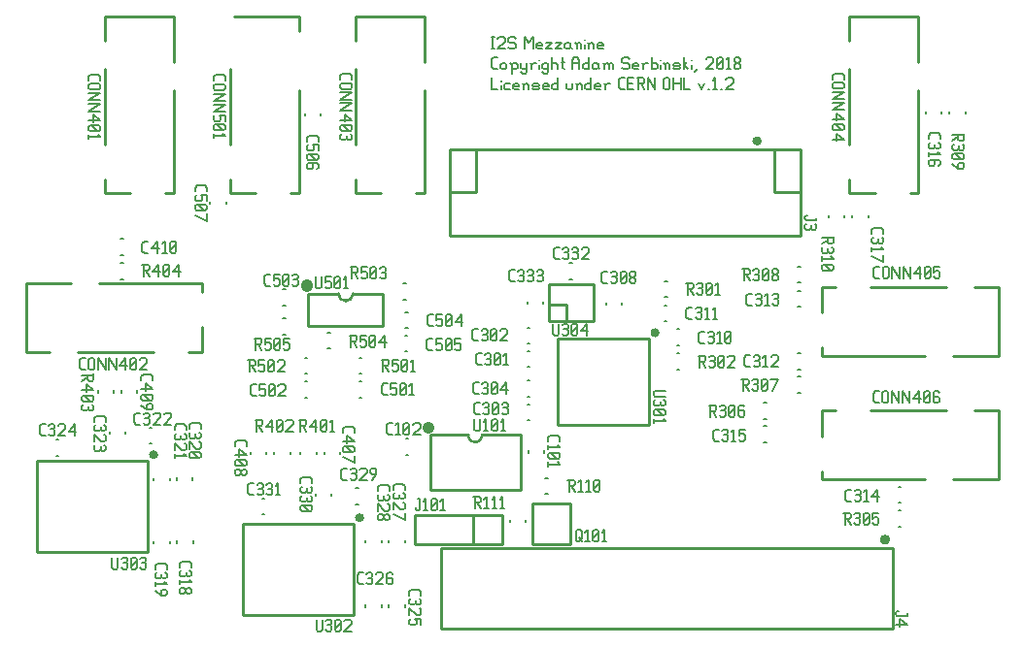
<source format=gbr>
G04 start of page 8 for group -4079 idx -4079 *
G04 Title: 96Boards CE I2S Mezzanine, topsilk *
G04 Creator: pcb 20140316 *
G04 CreationDate: Mon 17 Sep 2018 12:34:06 PM GMT UTC *
G04 For: adam *
G04 Format: Gerber/RS-274X *
G04 PCB-Dimensions (mm): 85.00 54.00 *
G04 PCB-Coordinate-Origin: lower left *
%MOMM*%
%FSLAX43Y43*%
%LNTOPSILK*%
%ADD103C,0.400*%
%ADD102C,0.500*%
%ADD101C,0.250*%
%ADD100C,0.381*%
%ADD99C,0.203*%
%ADD98C,0.254*%
%ADD97C,0.200*%
%ADD96C,1.016*%
G54D96*X35180Y18020D02*Y18050D01*
X24650Y30410D02*Y30420D01*
X24660Y30430D01*
G54D97*X40730Y48556D02*Y47540D01*
X41238D01*
X41543Y48302D02*Y48277D01*
Y47921D02*Y47540D01*
X41924Y48048D02*X42305D01*
X41797Y47921D02*X41924Y48048D01*
X41797Y47921D02*Y47667D01*
X41924Y47540D01*
X42305D01*
X42737D02*X43118D01*
X42610Y47667D02*X42737Y47540D01*
X42610Y47921D02*Y47667D01*
Y47921D02*X42737Y48048D01*
X42991D01*
X43118Y47921D01*
X42610Y47794D02*X43118D01*
Y47921D02*Y47794D01*
X43549Y47921D02*Y47540D01*
Y47921D02*X43676Y48048D01*
X43803D01*
X43930Y47921D01*
Y47540D01*
X43422Y48048D02*X43549Y47921D01*
X44362Y47540D02*X44743D01*
X44870Y47667D01*
X44743Y47794D02*X44870Y47667D01*
X44362Y47794D02*X44743D01*
X44235Y47921D02*X44362Y47794D01*
X44235Y47921D02*X44362Y48048D01*
X44743D01*
X44870Y47921D01*
X44235Y47667D02*X44362Y47540D01*
X45302D02*X45683D01*
X45175Y47667D02*X45302Y47540D01*
X45175Y47921D02*Y47667D01*
Y47921D02*X45302Y48048D01*
X45556D01*
X45683Y47921D01*
X45175Y47794D02*X45683D01*
Y47921D02*Y47794D01*
X46496Y48556D02*Y47540D01*
X46369D02*X46496Y47667D01*
X46115Y47540D02*X46369D01*
X45988Y47667D02*X46115Y47540D01*
X45988Y47921D02*Y47667D01*
Y47921D02*X46115Y48048D01*
X46369D01*
X46496Y47921D01*
X47258Y48048D02*Y47667D01*
X47385Y47540D01*
X47639D01*
X47766Y47667D01*
Y48048D02*Y47667D01*
X48198Y47921D02*Y47540D01*
Y47921D02*X48325Y48048D01*
X48452D01*
X48579Y47921D01*
Y47540D01*
X48071Y48048D02*X48198Y47921D01*
X49391Y48556D02*Y47540D01*
X49264D02*X49391Y47667D01*
X49010Y47540D02*X49264D01*
X48883Y47667D02*X49010Y47540D01*
X48883Y47921D02*Y47667D01*
Y47921D02*X49010Y48048D01*
X49264D01*
X49391Y47921D01*
X49823Y47540D02*X50204D01*
X49696Y47667D02*X49823Y47540D01*
X49696Y47921D02*Y47667D01*
Y47921D02*X49823Y48048D01*
X50077D01*
X50204Y47921D01*
X49696Y47794D02*X50204D01*
Y47921D02*Y47794D01*
X50636Y47921D02*Y47540D01*
Y47921D02*X50763Y48048D01*
X51017D01*
X50509D02*X50636Y47921D01*
X51957Y47540D02*X52287D01*
X51779Y47718D02*X51957Y47540D01*
X51779Y48378D02*Y47718D01*
Y48378D02*X51957Y48556D01*
X52287D01*
X52592Y48099D02*X52973D01*
X52592Y47540D02*X53100D01*
X52592Y48556D02*Y47540D01*
Y48556D02*X53100D01*
X53405D02*X53913D01*
X54040Y48429D01*
Y48175D01*
X53913Y48048D02*X54040Y48175D01*
X53532Y48048D02*X53913D01*
X53532Y48556D02*Y47540D01*
X53735Y48048D02*X54040Y47540D01*
X54344Y48556D02*Y47540D01*
Y48556D02*X54979Y47540D01*
Y48556D02*Y47540D01*
X55741Y48429D02*Y47667D01*
Y48429D02*X55868Y48556D01*
X56122D01*
X56249Y48429D01*
Y47667D01*
X56122Y47540D02*X56249Y47667D01*
X55868Y47540D02*X56122D01*
X55741Y47667D02*X55868Y47540D01*
X56554Y48556D02*Y47540D01*
X57189Y48556D02*Y47540D01*
X56554Y48048D02*X57189D01*
X57494Y48556D02*Y47540D01*
X58002D01*
X58764Y48048D02*X59018Y47540D01*
X59272Y48048D02*X59018Y47540D01*
X59577D02*X59704D01*
X60009Y48353D02*X60212Y48556D01*
Y47540D01*
X60009D02*X60390D01*
X60694D02*X60821D01*
X61126Y48429D02*X61253Y48556D01*
X61634D01*
X61761Y48429D01*
Y48175D01*
X61126Y47540D02*X61761Y48175D01*
X61126Y47540D02*X61761D01*
X40690Y52126D02*X40944D01*
X40817D02*Y51110D01*
X40690D02*X40944D01*
X41249Y51999D02*X41376Y52126D01*
X41757D01*
X41884Y51999D01*
Y51745D01*
X41249Y51110D02*X41884Y51745D01*
X41249Y51110D02*X41884D01*
X42697Y52126D02*X42824Y51999D01*
X42316Y52126D02*X42697D01*
X42189Y51999D02*X42316Y52126D01*
X42189Y51999D02*Y51745D01*
X42316Y51618D01*
X42697D01*
X42824Y51491D01*
Y51237D01*
X42697Y51110D02*X42824Y51237D01*
X42316Y51110D02*X42697D01*
X42189Y51237D02*X42316Y51110D01*
X43586Y52126D02*Y51110D01*
Y52126D02*X43967Y51618D01*
X44348Y52126D01*
Y51110D01*
X44779D02*X45160D01*
X44652Y51237D02*X44779Y51110D01*
X44652Y51491D02*Y51237D01*
Y51491D02*X44779Y51618D01*
X45033D01*
X45160Y51491D01*
X44652Y51364D02*X45160D01*
Y51491D02*Y51364D01*
X45465Y51618D02*X45973D01*
X45465Y51110D02*X45973Y51618D01*
X45465Y51110D02*X45973D01*
X46278Y51618D02*X46786D01*
X46278Y51110D02*X46786Y51618D01*
X46278Y51110D02*X46786D01*
X47472Y51618D02*X47599Y51491D01*
X47218Y51618D02*X47472D01*
X47091Y51491D02*X47218Y51618D01*
X47091Y51491D02*Y51237D01*
X47218Y51110D01*
X47599Y51618D02*Y51237D01*
X47726Y51110D01*
X47218D02*X47472D01*
X47599Y51237D01*
X48158Y51491D02*Y51110D01*
Y51491D02*X48285Y51618D01*
X48412D01*
X48539Y51491D01*
Y51110D01*
X48031Y51618D02*X48158Y51491D01*
X48843Y51872D02*Y51847D01*
Y51491D02*Y51110D01*
X49224Y51491D02*Y51110D01*
Y51491D02*X49351Y51618D01*
X49478D01*
X49605Y51491D01*
Y51110D01*
X49097Y51618D02*X49224Y51491D01*
X50037Y51110D02*X50418D01*
X49910Y51237D02*X50037Y51110D01*
X49910Y51491D02*Y51237D01*
Y51491D02*X50037Y51618D01*
X50291D01*
X50418Y51491D01*
X49910Y51364D02*X50418D01*
Y51491D02*Y51364D01*
X40878Y49330D02*X41208D01*
X40700Y49508D02*X40878Y49330D01*
X40700Y50168D02*Y49508D01*
Y50168D02*X40878Y50346D01*
X41208D01*
X41513Y49711D02*Y49457D01*
Y49711D02*X41640Y49838D01*
X41894D01*
X42021Y49711D01*
Y49457D01*
X41894Y49330D02*X42021Y49457D01*
X41640Y49330D02*X41894D01*
X41513Y49457D02*X41640Y49330D01*
X42453Y49711D02*Y48949D01*
X42326Y49838D02*X42453Y49711D01*
X42580Y49838D01*
X42834D01*
X42961Y49711D01*
Y49457D01*
X42834Y49330D02*X42961Y49457D01*
X42580Y49330D02*X42834D01*
X42453Y49457D02*X42580Y49330D01*
X43265Y49838D02*Y49457D01*
X43392Y49330D01*
X43773Y49838D02*Y49076D01*
X43646Y48949D02*X43773Y49076D01*
X43392Y48949D02*X43646D01*
X43265Y49076D02*X43392Y48949D01*
Y49330D02*X43646D01*
X43773Y49457D01*
X44205Y49711D02*Y49330D01*
Y49711D02*X44332Y49838D01*
X44586D01*
X44078D02*X44205Y49711D01*
X44891Y50092D02*Y50067D01*
Y49711D02*Y49330D01*
X45526Y49838D02*X45653Y49711D01*
X45272Y49838D02*X45526D01*
X45145Y49711D02*X45272Y49838D01*
X45145Y49711D02*Y49457D01*
X45272Y49330D01*
X45526D01*
X45653Y49457D01*
X45145Y49076D02*X45272Y48949D01*
X45526D01*
X45653Y49076D01*
Y49838D02*Y49076D01*
X45958Y50346D02*Y49330D01*
Y49711D02*X46085Y49838D01*
X46339D01*
X46466Y49711D01*
Y49330D01*
X46898Y50346D02*Y49457D01*
X47025Y49330D01*
X46771Y49965D02*X47025D01*
X47736Y50092D02*Y49330D01*
Y50092D02*X47914Y50346D01*
X48193D01*
X48371Y50092D01*
Y49330D01*
X47736Y49838D02*X48371D01*
X49184Y50346D02*Y49330D01*
X49057D02*X49184Y49457D01*
X48803Y49330D02*X49057D01*
X48676Y49457D02*X48803Y49330D01*
X48676Y49711D02*Y49457D01*
Y49711D02*X48803Y49838D01*
X49057D01*
X49184Y49711D01*
X49869Y49838D02*X49996Y49711D01*
X49615Y49838D02*X49869D01*
X49488Y49711D02*X49615Y49838D01*
X49488Y49711D02*Y49457D01*
X49615Y49330D01*
X49996Y49838D02*Y49457D01*
X50123Y49330D01*
X49615D02*X49869D01*
X49996Y49457D01*
X50555Y49711D02*Y49330D01*
Y49711D02*X50682Y49838D01*
X50809D01*
X50936Y49711D01*
Y49330D01*
Y49711D02*X51063Y49838D01*
X51190D01*
X51317Y49711D01*
Y49330D01*
X50428Y49838D02*X50555Y49711D01*
X52587Y50346D02*X52714Y50219D01*
X52206Y50346D02*X52587D01*
X52079Y50219D02*X52206Y50346D01*
X52079Y50219D02*Y49965D01*
X52206Y49838D01*
X52587D01*
X52714Y49711D01*
Y49457D01*
X52587Y49330D02*X52714Y49457D01*
X52206Y49330D02*X52587D01*
X52079Y49457D02*X52206Y49330D01*
X53146D02*X53527D01*
X53019Y49457D02*X53146Y49330D01*
X53019Y49711D02*Y49457D01*
Y49711D02*X53146Y49838D01*
X53400D01*
X53527Y49711D01*
X53019Y49584D02*X53527D01*
Y49711D02*Y49584D01*
X53959Y49711D02*Y49330D01*
Y49711D02*X54086Y49838D01*
X54340D01*
X53832D02*X53959Y49711D01*
X54645Y50346D02*Y49330D01*
Y49457D02*X54772Y49330D01*
X55026D01*
X55153Y49457D01*
Y49711D02*Y49457D01*
X55026Y49838D02*X55153Y49711D01*
X54772Y49838D02*X55026D01*
X54645Y49711D02*X54772Y49838D01*
X55457Y50092D02*Y50067D01*
Y49711D02*Y49330D01*
X55838Y49711D02*Y49330D01*
Y49711D02*X55965Y49838D01*
X56092D01*
X56219Y49711D01*
Y49330D01*
X55711Y49838D02*X55838Y49711D01*
X56651Y49330D02*X57032D01*
X57159Y49457D01*
X57032Y49584D02*X57159Y49457D01*
X56651Y49584D02*X57032D01*
X56524Y49711D02*X56651Y49584D01*
X56524Y49711D02*X56651Y49838D01*
X57032D01*
X57159Y49711D01*
X56524Y49457D02*X56651Y49330D01*
X57464Y50346D02*Y49330D01*
Y49711D02*X57845Y49330D01*
X57464Y49711D02*X57718Y49965D01*
X58150Y50092D02*Y50067D01*
Y49711D02*Y49330D01*
X58404Y49076D02*X58658Y49330D01*
X59420Y50219D02*X59547Y50346D01*
X59928D01*
X60055Y50219D01*
Y49965D01*
X59420Y49330D02*X60055Y49965D01*
X59420Y49330D02*X60055D01*
X60360Y49457D02*X60487Y49330D01*
X60360Y50219D02*Y49457D01*
Y50219D02*X60487Y50346D01*
X60741D01*
X60868Y50219D01*
Y49457D01*
X60741Y49330D02*X60868Y49457D01*
X60487Y49330D02*X60741D01*
X60360Y49584D02*X60868Y50092D01*
X61172Y50143D02*X61376Y50346D01*
Y49330D01*
X61172D02*X61553D01*
X61858Y49457D02*X61985Y49330D01*
X61858Y49660D02*Y49457D01*
Y49660D02*X62036Y49838D01*
X62188D01*
X62366Y49660D01*
Y49457D01*
X62239Y49330D02*X62366Y49457D01*
X61985Y49330D02*X62239D01*
X61858Y50016D02*X62036Y49838D01*
X61858Y50219D02*Y50016D01*
Y50219D02*X61985Y50346D01*
X62239D01*
X62366Y50219D01*
Y50016D01*
X62188Y49838D02*X62366Y50016D01*
G54D98*X24746Y29719D02*Y26931D01*
X31254D01*
Y29719D02*Y26931D01*
X24746Y29719D02*X27365D01*
X28635D02*X31254D01*
X27365D02*G75*G03X28635Y29719I635J0D01*G01*
G54D99*X24440Y24120D02*X24640D01*
X24440Y22720D02*X24640D01*
X29200D02*X29400D01*
X29200Y24120D02*X29400D01*
X26430Y26340D02*X26630D01*
X26430Y24940D02*X26630D01*
X24440Y20670D02*X24640D01*
X24440Y22070D02*X24640D01*
X29200D02*X29400D01*
X29200Y20670D02*X29400D01*
X33190Y24660D02*X33390D01*
X33190Y26060D02*X33390D01*
X33200Y26700D02*X33400D01*
X33200Y28100D02*X33400D01*
X33040Y29190D02*X33240D01*
X33040Y30590D02*X33240D01*
X22540Y27560D02*X22740D01*
X22540Y26160D02*X22740D01*
X22550Y30100D02*X22750D01*
X22550Y28700D02*X22750D01*
G54D98*X1050Y7150D02*X10750D01*
X1050Y15150D02*Y7150D01*
Y15150D02*X10750D01*
Y7150D01*
G54D100*X11258Y15848D02*G75*G03X11258Y15848I0J-190D01*G01*
G54D99*X2760Y15590D02*X2960D01*
X2760Y16990D02*X2960D01*
G54D101*X125Y30600D02*X4075D01*
X6525D02*X15500D01*
X4625Y24600D02*X11275D01*
X14325D02*X15500D01*
X125Y30600D02*Y24600D01*
X2175D01*
X15500Y30600D02*Y29875D01*
Y26825D02*Y24600D01*
G54D99*X8400Y33100D02*X8600D01*
X8400Y34500D02*X8600D01*
X8400Y31000D02*X8600D01*
X8400Y32400D02*X8600D01*
X8440Y21300D02*Y21100D01*
X9840Y21300D02*Y21100D01*
X6400Y21300D02*Y21100D01*
X7800Y21300D02*Y21100D01*
X13300Y8150D02*Y7950D01*
X14700Y8150D02*Y7950D01*
X13270Y13660D02*Y13460D01*
X14670Y13660D02*Y13460D01*
X11250Y8140D02*Y7940D01*
X12650Y8140D02*Y7940D01*
X11250Y13640D02*Y13440D01*
X12650Y13640D02*Y13440D01*
X10920Y16620D02*X11120D01*
X10920Y18020D02*X11120D01*
X7430Y17670D02*Y17470D01*
X8830Y17670D02*Y17470D01*
X67400Y22470D02*X67600D01*
X67400Y21070D02*X67600D01*
G54D101*X80925Y13500D02*X84875D01*
X69500D02*X78475D01*
X73725Y19500D02*X80375D01*
X69500D02*X70675D01*
X84875D02*Y13500D01*
X82825Y19500D02*X84875D01*
X69500Y14225D02*Y13500D01*
Y19500D02*Y17275D01*
X80925Y24300D02*X84875D01*
X69500D02*X78475D01*
X73725Y30300D02*X80375D01*
X69500D02*X70675D01*
X84875D02*Y24300D01*
X82825Y30300D02*X84875D01*
X69500Y25025D02*Y24300D01*
Y30300D02*Y28075D01*
G54D99*X76150Y12850D02*X76350D01*
X76150Y11450D02*X76350D01*
X67400Y29970D02*X67600D01*
X67400Y28570D02*X67600D01*
X67420Y24510D02*X67620D01*
X67420Y23110D02*X67620D01*
X76150Y10800D02*X76350D01*
X76150Y9400D02*X76350D01*
X64440Y20210D02*X64640D01*
X64440Y18810D02*X64640D01*
X64450Y18140D02*X64650D01*
X64450Y16740D02*X64650D01*
X55790Y27310D02*X55990D01*
X55790Y28710D02*X55990D01*
X56850Y25210D02*X57050D01*
X56850Y26610D02*X57050D01*
X56860Y23120D02*X57060D01*
X56860Y24520D02*X57060D01*
X55800Y29430D02*X56000D01*
X55800Y30830D02*X56000D01*
X43830Y23310D02*X44030D01*
X43830Y24710D02*X44030D01*
X43840Y22130D02*X44040D01*
X43840Y20730D02*X44040D01*
X43830Y20080D02*X44030D01*
X43830Y18680D02*X44030D01*
X45330Y16050D02*Y15850D01*
X43930Y16050D02*Y15850D01*
X43830Y25370D02*X44030D01*
X43830Y26770D02*X44030D01*
X45220Y29040D02*Y28840D01*
X43820Y29040D02*Y28840D01*
G54D98*X46450Y18300D02*X54450D01*
X46450Y25800D02*Y18300D01*
Y25800D02*X54450D01*
Y18300D01*
G54D100*X54958Y26498D02*G75*G03X54958Y26498I0J-190D01*G01*
G54D101*X45670Y27360D02*Y30560D01*
Y27360D02*X49570D01*
Y30560D01*
X45670D01*
Y28760D02*X47270D01*
Y27360D01*
G54D99*X52070Y28940D02*Y28740D01*
X50670Y28940D02*Y28740D01*
X45410Y13640D02*X45610D01*
X45410Y12240D02*X45610D01*
G54D98*X44305Y11394D02*Y7863D01*
X47556D01*
Y11394D01*
X44305D01*
G54D101*X36350Y500D02*X75650D01*
X36350Y7500D02*X75650D01*
Y500D01*
X36350Y7500D02*Y500D01*
G54D102*X75000Y8450D02*G75*G03X75000Y8450I0J-200D01*G01*
G54D98*X35343Y17383D02*Y12557D01*
X43217D01*
Y17383D01*
X35343D02*X38645D01*
X43217D02*X39915D01*
X38645D02*G75*G03X39915Y17383I635J0D01*G01*
X34050Y10370D02*X41670D01*
X34050D02*Y7830D01*
X41670D01*
Y10370D02*Y7830D01*
X39130Y10370D02*Y7830D01*
X41670D01*
G54D99*X42320Y9970D02*Y9770D01*
X43720Y9970D02*Y9770D01*
X19680Y15920D02*Y15720D01*
X21080Y15920D02*Y15720D01*
X21750Y15920D02*Y15720D01*
X23150Y15920D02*Y15720D01*
X26140Y15930D02*Y15730D01*
X27540Y15930D02*Y15730D01*
X24070Y15930D02*Y15730D01*
X25470Y15930D02*Y15730D01*
X33230Y15670D02*X33430D01*
X33230Y17070D02*X33430D01*
X20720Y10450D02*X20920D01*
X20720Y11850D02*X20920D01*
X28880Y11320D02*X29080D01*
X28880Y12720D02*X29080D01*
X25360Y12250D02*Y12050D01*
X26760Y12250D02*Y12050D01*
G54D98*X19000Y1650D02*X28700D01*
X19000Y9650D02*Y1650D01*
Y9650D02*X28700D01*
Y1650D01*
G54D100*X29208Y10348D02*G75*G03X29208Y10348I0J-190D01*G01*
G54D99*X31770Y8200D02*Y8000D01*
X33170Y8200D02*Y8000D01*
X31780Y2560D02*Y2360D01*
X33180Y2560D02*Y2360D01*
X29750Y2560D02*Y2360D01*
X31150Y2560D02*Y2360D01*
X29740Y8200D02*Y8000D01*
X31140Y8200D02*Y8000D01*
G54D101*X23950Y53875D02*Y52625D01*
Y47475D02*Y38500D01*
X17950Y49375D02*Y42725D01*
Y39675D02*Y38500D01*
X18275Y53875D02*X23950D01*
X23225Y38500D02*X23950D01*
X17950D02*X20175D01*
G54D99*X24450Y45450D02*Y45250D01*
X25850Y45450D02*Y45250D01*
G54D101*X34850Y53875D02*Y49925D01*
Y47475D02*Y38500D01*
X28850Y49375D02*Y42725D01*
Y39675D02*Y38500D01*
Y53875D02*X34850D01*
X28850D02*Y51825D01*
X34125Y38500D02*X34850D01*
X28850D02*X31075D01*
G54D99*X16160Y37750D02*Y37550D01*
X17560Y37750D02*Y37550D01*
G54D101*X13000Y53875D02*Y49925D01*
Y47475D02*Y38500D01*
X7000Y49375D02*Y42725D01*
Y39675D02*Y38500D01*
Y53875D02*X13000D01*
X7000D02*Y51825D01*
X12275Y38500D02*X13000D01*
X7000D02*X9225D01*
X37100Y34800D02*X67600D01*
X37100Y42300D02*Y34800D01*
Y42300D02*X67600D01*
Y34800D01*
X65350Y38550D02*X67600D01*
X65350Y42300D02*Y38550D01*
X37100D02*X39350D01*
Y42300D02*Y38550D01*
G54D103*X63850Y43250D02*G75*G03X63850Y43250I0J-200D01*G01*
G54D99*X67400Y32100D02*X67600D01*
X67400Y30700D02*X67600D01*
G54D101*X77900Y53875D02*Y49925D01*
Y47475D02*Y38500D01*
X71900Y49375D02*Y42725D01*
Y39675D02*Y38500D01*
Y53875D02*X77900D01*
X71900D02*Y51825D01*
X77175Y38500D02*X77900D01*
X71900D02*X74125D01*
G54D99*X71460Y36590D02*Y36390D01*
X70060Y36590D02*Y36390D01*
X72150Y36590D02*Y36390D01*
X73550Y36590D02*Y36390D01*
X78550Y45600D02*Y45400D01*
X79950Y45600D02*Y45400D01*
X82030Y45610D02*Y45410D01*
X80630Y45610D02*Y45410D01*
X47530Y32400D02*X47730D01*
X47530Y31000D02*X47730D01*
G54D97*X16480Y48622D02*Y48292D01*
X16658Y48800D02*X16480Y48622D01*
X16658Y48800D02*X17318D01*
X17496Y48622D01*
Y48292D01*
X16607Y47987D02*X17369D01*
X17496Y47860D01*
Y47606D01*
X17369Y47479D01*
X16607D02*X17369D01*
X16480Y47606D02*X16607Y47479D01*
X16480Y47860D02*Y47606D01*
X16607Y47987D02*X16480Y47860D01*
Y47174D02*X17496D01*
X16480Y46539D01*
X17496D01*
X16480Y46235D02*X17496D01*
X16480Y45600D01*
X17496D01*
Y45295D02*Y44787D01*
X16988Y45295D02*X17496D01*
X16988D02*X17115Y45168D01*
Y44914D01*
X16988Y44787D01*
X16607D02*X16988D01*
X16480Y44914D02*X16607Y44787D01*
X16480Y45168D02*Y44914D01*
X16607Y45295D02*X16480Y45168D01*
X16607Y44482D02*X16480Y44355D01*
X16607Y44482D02*X17369D01*
X17496Y44355D01*
Y44101D01*
X17369Y43974D01*
X16607D02*X17369D01*
X16480Y44101D02*X16607Y43974D01*
X16480Y44355D02*Y44101D01*
X16734Y44482D02*X17242Y43974D01*
X17293Y43669D02*X17496Y43466D01*
X16480D02*X17496D01*
X16480Y43669D02*Y43288D01*
X14860Y38962D02*Y38632D01*
X15038Y39140D02*X14860Y38962D01*
X15038Y39140D02*X15698D01*
X15876Y38962D01*
Y38632D01*
Y38327D02*Y37819D01*
X15368Y38327D02*X15876D01*
X15368D02*X15495Y38200D01*
Y37946D01*
X15368Y37819D01*
X14987D02*X15368D01*
X14860Y37946D02*X14987Y37819D01*
X14860Y38200D02*Y37946D01*
X14987Y38327D02*X14860Y38200D01*
X14987Y37514D02*X14860Y37387D01*
X14987Y37514D02*X15749D01*
X15876Y37387D01*
Y37133D01*
X15749Y37006D01*
X14987D02*X15749D01*
X14860Y37133D02*X14987Y37006D01*
X14860Y37387D02*Y37133D01*
X15114Y37514D02*X15622Y37006D01*
X14860Y36575D02*X15876Y36067D01*
Y36702D02*Y36067D01*
X24620Y43352D02*Y43022D01*
X24798Y43530D02*X24620Y43352D01*
X24798Y43530D02*X25458D01*
X25636Y43352D01*
Y43022D01*
Y42717D02*Y42209D01*
X25128Y42717D02*X25636D01*
X25128D02*X25255Y42590D01*
Y42336D01*
X25128Y42209D01*
X24747D02*X25128D01*
X24620Y42336D02*X24747Y42209D01*
X24620Y42590D02*Y42336D01*
X24747Y42717D02*X24620Y42590D01*
X24747Y41904D02*X24620Y41777D01*
X24747Y41904D02*X25509D01*
X25636Y41777D01*
Y41523D01*
X25509Y41396D01*
X24747D02*X25509D01*
X24620Y41523D02*X24747Y41396D01*
X24620Y41777D02*Y41523D01*
X24874Y41904D02*X25382Y41396D01*
X25636Y40711D02*X25509Y40584D01*
X25636Y40965D02*Y40711D01*
X25509Y41092D02*X25636Y40965D01*
X24747Y41092D02*X25509D01*
X24747D02*X24620Y40965D01*
X25179Y40711D02*X25052Y40584D01*
X25179Y41092D02*Y40711D01*
X24620Y40965D02*Y40711D01*
X24747Y40584D01*
X25052D01*
X27530Y48722D02*Y48392D01*
X27708Y48900D02*X27530Y48722D01*
X27708Y48900D02*X28368D01*
X28546Y48722D01*
Y48392D01*
X27657Y48087D02*X28419D01*
X28546Y47960D01*
Y47706D01*
X28419Y47579D01*
X27657D02*X28419D01*
X27530Y47706D02*X27657Y47579D01*
X27530Y47960D02*Y47706D01*
X27657Y48087D02*X27530Y47960D01*
Y47274D02*X28546D01*
X27530Y46639D01*
X28546D01*
X27530Y46335D02*X28546D01*
X27530Y45700D01*
X28546D01*
X27911Y45395D02*X28546Y44887D01*
X27911Y45395D02*Y44760D01*
X27530Y44887D02*X28546D01*
X27657Y44455D02*X27530Y44328D01*
X27657Y44455D02*X28419D01*
X28546Y44328D01*
Y44074D01*
X28419Y43947D01*
X27657D02*X28419D01*
X27530Y44074D02*X27657Y43947D01*
X27530Y44328D02*Y44074D01*
X27784Y44455D02*X28292Y43947D01*
X28419Y43642D02*X28546Y43515D01*
Y43261D01*
X28419Y43134D01*
X27530Y43261D02*X27657Y43134D01*
X27530Y43515D02*Y43261D01*
X27657Y43642D02*X27530Y43515D01*
X28089D02*Y43261D01*
X28216Y43134D02*X28419D01*
X27657D02*X27962D01*
X28089Y43261D01*
X28216Y43134D02*X28089Y43261D01*
X5580Y48672D02*Y48342D01*
X5758Y48850D02*X5580Y48672D01*
X5758Y48850D02*X6418D01*
X6596Y48672D01*
Y48342D01*
X5707Y48037D02*X6469D01*
X6596Y47910D01*
Y47656D01*
X6469Y47529D01*
X5707D02*X6469D01*
X5580Y47656D02*X5707Y47529D01*
X5580Y47910D02*Y47656D01*
X5707Y48037D02*X5580Y47910D01*
Y47224D02*X6596D01*
X5580Y46589D01*
X6596D01*
X5580Y46285D02*X6596D01*
X5580Y45650D01*
X6596D01*
X5961Y45345D02*X6596Y44837D01*
X5961Y45345D02*Y44710D01*
X5580Y44837D02*X6596D01*
X5707Y44405D02*X5580Y44278D01*
X5707Y44405D02*X6469D01*
X6596Y44278D01*
Y44024D01*
X6469Y43897D01*
X5707D02*X6469D01*
X5580Y44024D02*X5707Y43897D01*
X5580Y44278D02*Y44024D01*
X5834Y44405D02*X6342Y43897D01*
X6393Y43592D02*X6596Y43389D01*
X5580D02*X6596D01*
X5580Y43592D02*Y43211D01*
X10448Y33260D02*X10778D01*
X10270Y33438D02*X10448Y33260D01*
X10270Y34098D02*Y33438D01*
Y34098D02*X10448Y34276D01*
X10778D01*
X11083Y33641D02*X11591Y34276D01*
X11083Y33641D02*X11718D01*
X11591Y34276D02*Y33260D01*
X12023Y34073D02*X12226Y34276D01*
Y33260D01*
X12023D02*X12404D01*
X12708Y33387D02*X12835Y33260D01*
X12708Y34149D02*Y33387D01*
Y34149D02*X12835Y34276D01*
X13089D01*
X13216Y34149D01*
Y33387D01*
X13089Y33260D02*X13216Y33387D01*
X12835Y33260D02*X13089D01*
X12708Y33514D02*X13216Y34022D01*
X7650Y6704D02*Y5815D01*
X7777Y5688D01*
X8031D01*
X8158Y5815D01*
Y6704D02*Y5815D01*
X8463Y6577D02*X8590Y6704D01*
X8844D01*
X8971Y6577D01*
X8844Y5688D02*X8971Y5815D01*
X8590Y5688D02*X8844D01*
X8463Y5815D02*X8590Y5688D01*
Y6247D02*X8844D01*
X8971Y6577D02*Y6374D01*
Y6120D02*Y5815D01*
Y6120D02*X8844Y6247D01*
X8971Y6374D02*X8844Y6247D01*
X9276Y5815D02*X9403Y5688D01*
X9276Y6577D02*Y5815D01*
Y6577D02*X9403Y6704D01*
X9657D01*
X9784Y6577D01*
Y5815D01*
X9657Y5688D02*X9784Y5815D01*
X9403Y5688D02*X9657D01*
X9276Y5942D02*X9784Y6450D01*
X10088Y6577D02*X10215Y6704D01*
X10469D01*
X10596Y6577D01*
X10469Y5688D02*X10596Y5815D01*
X10215Y5688D02*X10469D01*
X10088Y5815D02*X10215Y5688D01*
Y6247D02*X10469D01*
X10596Y6577D02*Y6374D01*
Y6120D02*Y5815D01*
Y6120D02*X10469Y6247D01*
X10596Y6374D02*X10469Y6247D01*
X13530Y6172D02*Y5842D01*
X13708Y6350D02*X13530Y6172D01*
X13708Y6350D02*X14368D01*
X14546Y6172D01*
Y5842D01*
X14419Y5537D02*X14546Y5410D01*
Y5156D01*
X14419Y5029D01*
X13530Y5156D02*X13657Y5029D01*
X13530Y5410D02*Y5156D01*
X13657Y5537D02*X13530Y5410D01*
X14089D02*Y5156D01*
X14216Y5029D02*X14419D01*
X13657D02*X13962D01*
X14089Y5156D01*
X14216Y5029D02*X14089Y5156D01*
X14343Y4724D02*X14546Y4521D01*
X13530D02*X14546D01*
X13530Y4724D02*Y4343D01*
X13657Y4039D02*X13530Y3912D01*
X13657Y4039D02*X13860D01*
X14038Y3861D01*
Y3708D01*
X13860Y3531D01*
X13657D02*X13860D01*
X13530Y3658D02*X13657Y3531D01*
X13530Y3912D02*Y3658D01*
X14216Y4039D02*X14038Y3861D01*
X14216Y4039D02*X14419D01*
X14546Y3912D01*
Y3658D01*
X14419Y3531D01*
X14216D02*X14419D01*
X14038Y3708D02*X14216Y3531D01*
X11410Y6012D02*Y5682D01*
X11588Y6190D02*X11410Y6012D01*
X11588Y6190D02*X12248D01*
X12426Y6012D01*
Y5682D01*
X12299Y5377D02*X12426Y5250D01*
Y4996D01*
X12299Y4869D01*
X11410Y4996D02*X11537Y4869D01*
X11410Y5250D02*Y4996D01*
X11537Y5377D02*X11410Y5250D01*
X11969D02*Y4996D01*
X12096Y4869D02*X12299D01*
X11537D02*X11842D01*
X11969Y4996D01*
X12096Y4869D02*X11969Y4996D01*
X12223Y4564D02*X12426Y4361D01*
X11410D02*X12426D01*
X11410Y4564D02*Y4183D01*
Y3752D02*X11918Y3371D01*
X12299D01*
X12426Y3498D02*X12299Y3371D01*
X12426Y3752D02*Y3498D01*
X12299Y3879D02*X12426Y3752D01*
X12045Y3879D02*X12299D01*
X12045D02*X11918Y3752D01*
Y3371D01*
X25450Y1254D02*Y365D01*
X25577Y238D01*
X25831D01*
X25958Y365D01*
Y1254D02*Y365D01*
X26263Y1127D02*X26390Y1254D01*
X26644D01*
X26771Y1127D01*
X26644Y238D02*X26771Y365D01*
X26390Y238D02*X26644D01*
X26263Y365D02*X26390Y238D01*
Y797D02*X26644D01*
X26771Y1127D02*Y924D01*
Y670D02*Y365D01*
Y670D02*X26644Y797D01*
X26771Y924D02*X26644Y797D01*
X27076Y365D02*X27203Y238D01*
X27076Y1127D02*Y365D01*
Y1127D02*X27203Y1254D01*
X27457D01*
X27584Y1127D01*
Y365D01*
X27457Y238D02*X27584Y365D01*
X27203Y238D02*X27457D01*
X27076Y492D02*X27584Y1000D01*
X27888Y1127D02*X28015Y1254D01*
X28396D01*
X28523Y1127D01*
Y873D01*
X27888Y238D02*X28523Y873D01*
X27888Y238D02*X28523D01*
X33550Y3712D02*Y3382D01*
X33728Y3890D02*X33550Y3712D01*
X33728Y3890D02*X34388D01*
X34566Y3712D01*
Y3382D01*
X34439Y3077D02*X34566Y2950D01*
Y2696D01*
X34439Y2569D01*
X33550Y2696D02*X33677Y2569D01*
X33550Y2950D02*Y2696D01*
X33677Y3077D02*X33550Y2950D01*
X34109D02*Y2696D01*
X34236Y2569D02*X34439D01*
X33677D02*X33982D01*
X34109Y2696D01*
X34236Y2569D02*X34109Y2696D01*
X34439Y2264D02*X34566Y2137D01*
Y1756D01*
X34439Y1629D01*
X34185D02*X34439D01*
X33550Y2264D02*X34185Y1629D01*
X33550Y2264D02*Y1629D01*
X34566Y1325D02*Y817D01*
X34058Y1325D02*X34566D01*
X34058D02*X34185Y1198D01*
Y944D01*
X34058Y817D01*
X33677D02*X34058D01*
X33550Y944D02*X33677Y817D01*
X33550Y1198D02*Y944D01*
X33677Y1325D02*X33550Y1198D01*
X29188Y4340D02*X29518D01*
X29010Y4518D02*X29188Y4340D01*
X29010Y5178D02*Y4518D01*
Y5178D02*X29188Y5356D01*
X29518D01*
X29823Y5229D02*X29950Y5356D01*
X30204D01*
X30331Y5229D01*
X30204Y4340D02*X30331Y4467D01*
X29950Y4340D02*X30204D01*
X29823Y4467D02*X29950Y4340D01*
Y4899D02*X30204D01*
X30331Y5229D02*Y5026D01*
Y4772D02*Y4467D01*
Y4772D02*X30204Y4899D01*
X30331Y5026D02*X30204Y4899D01*
X30636Y5229D02*X30763Y5356D01*
X31144D01*
X31271Y5229D01*
Y4975D01*
X30636Y4340D02*X31271Y4975D01*
X30636Y4340D02*X31271D01*
X31956Y5356D02*X32083Y5229D01*
X31702Y5356D02*X31956D01*
X31575Y5229D02*X31702Y5356D01*
X31575Y5229D02*Y4467D01*
X31702Y4340D01*
X31956Y4899D02*X32083Y4772D01*
X31575Y4899D02*X31956D01*
X31702Y4340D02*X31956D01*
X32083Y4467D01*
Y4772D02*Y4467D01*
X19858Y20800D02*X20188D01*
X19680Y20978D02*X19858Y20800D01*
X19680Y21638D02*Y20978D01*
Y21638D02*X19858Y21816D01*
X20188D01*
X20493D02*X21001D01*
X20493D02*Y21308D01*
X20620Y21435D01*
X20874D01*
X21001Y21308D01*
Y20927D01*
X20874Y20800D02*X21001Y20927D01*
X20620Y20800D02*X20874D01*
X20493Y20927D02*X20620Y20800D01*
X21306Y20927D02*X21433Y20800D01*
X21306Y21689D02*Y20927D01*
Y21689D02*X21433Y21816D01*
X21687D01*
X21814Y21689D01*
Y20927D01*
X21687Y20800D02*X21814Y20927D01*
X21433Y20800D02*X21687D01*
X21306Y21054D02*X21814Y21562D01*
X22118Y21689D02*X22245Y21816D01*
X22626D01*
X22753Y21689D01*
Y21435D01*
X22118Y20800D02*X22753Y21435D01*
X22118Y20800D02*X22753D01*
X20030Y25836D02*X20538D01*
X20665Y25709D01*
Y25455D01*
X20538Y25328D02*X20665Y25455D01*
X20157Y25328D02*X20538D01*
X20157Y25836D02*Y24820D01*
X20360Y25328D02*X20665Y24820D01*
X20970Y25836D02*X21478D01*
X20970D02*Y25328D01*
X21097Y25455D01*
X21351D01*
X21478Y25328D01*
Y24947D01*
X21351Y24820D02*X21478Y24947D01*
X21097Y24820D02*X21351D01*
X20970Y24947D02*X21097Y24820D01*
X21783Y24947D02*X21910Y24820D01*
X21783Y25709D02*Y24947D01*
Y25709D02*X21910Y25836D01*
X22164D01*
X22291Y25709D01*
Y24947D01*
X22164Y24820D02*X22291Y24947D01*
X21910Y24820D02*X22164D01*
X21783Y25074D02*X22291Y25582D01*
X22595Y25836D02*X23103D01*
X22595D02*Y25328D01*
X22722Y25455D01*
X22976D01*
X23103Y25328D01*
Y24947D01*
X22976Y24820D02*X23103Y24947D01*
X22722Y24820D02*X22976D01*
X22595Y24947D02*X22722Y24820D01*
X21088Y30410D02*X21418D01*
X20910Y30588D02*X21088Y30410D01*
X20910Y31248D02*Y30588D01*
Y31248D02*X21088Y31426D01*
X21418D01*
X21723D02*X22231D01*
X21723D02*Y30918D01*
X21850Y31045D01*
X22104D01*
X22231Y30918D01*
Y30537D01*
X22104Y30410D02*X22231Y30537D01*
X21850Y30410D02*X22104D01*
X21723Y30537D02*X21850Y30410D01*
X22536Y30537D02*X22663Y30410D01*
X22536Y31299D02*Y30537D01*
Y31299D02*X22663Y31426D01*
X22917D01*
X23044Y31299D01*
Y30537D01*
X22917Y30410D02*X23044Y30537D01*
X22663Y30410D02*X22917D01*
X22536Y30664D02*X23044Y31172D01*
X23348Y31299D02*X23475Y31426D01*
X23729D01*
X23856Y31299D01*
X23729Y30410D02*X23856Y30537D01*
X23475Y30410D02*X23729D01*
X23348Y30537D02*X23475Y30410D01*
Y30969D02*X23729D01*
X23856Y31299D02*Y31096D01*
Y30842D02*Y30537D01*
Y30842D02*X23729Y30969D01*
X23856Y31096D02*X23729Y30969D01*
X19490Y23916D02*X19998D01*
X20125Y23789D01*
Y23535D01*
X19998Y23408D02*X20125Y23535D01*
X19617Y23408D02*X19998D01*
X19617Y23916D02*Y22900D01*
X19820Y23408D02*X20125Y22900D01*
X20430Y23916D02*X20938D01*
X20430D02*Y23408D01*
X20557Y23535D01*
X20811D01*
X20938Y23408D01*
Y23027D01*
X20811Y22900D02*X20938Y23027D01*
X20557Y22900D02*X20811D01*
X20430Y23027D02*X20557Y22900D01*
X21242Y23027D02*X21369Y22900D01*
X21242Y23789D02*Y23027D01*
Y23789D02*X21369Y23916D01*
X21623D01*
X21750Y23789D01*
Y23027D01*
X21623Y22900D02*X21750Y23027D01*
X21369Y22900D02*X21623D01*
X21242Y23154D02*X21750Y23662D01*
X22055Y23789D02*X22182Y23916D01*
X22563D01*
X22690Y23789D01*
Y23535D01*
X22055Y22900D02*X22690Y23535D01*
X22055Y22900D02*X22690D01*
X31298Y20850D02*X31628D01*
X31120Y21028D02*X31298Y20850D01*
X31120Y21688D02*Y21028D01*
Y21688D02*X31298Y21866D01*
X31628D01*
X31933D02*X32441D01*
X31933D02*Y21358D01*
X32060Y21485D01*
X32314D01*
X32441Y21358D01*
Y20977D01*
X32314Y20850D02*X32441Y20977D01*
X32060Y20850D02*X32314D01*
X31933Y20977D02*X32060Y20850D01*
X32746Y20977D02*X32873Y20850D01*
X32746Y21739D02*Y20977D01*
Y21739D02*X32873Y21866D01*
X33127D01*
X33254Y21739D01*
Y20977D01*
X33127Y20850D02*X33254Y20977D01*
X32873Y20850D02*X33127D01*
X32746Y21104D02*X33254Y21612D01*
X33558Y21663D02*X33762Y21866D01*
Y20850D01*
X33558D02*X33939D01*
X31110Y23966D02*X31618D01*
X31745Y23839D01*
Y23585D01*
X31618Y23458D02*X31745Y23585D01*
X31237Y23458D02*X31618D01*
X31237Y23966D02*Y22950D01*
X31440Y23458D02*X31745Y22950D01*
X32050Y23966D02*X32558D01*
X32050D02*Y23458D01*
X32177Y23585D01*
X32431D01*
X32558Y23458D01*
Y23077D01*
X32431Y22950D02*X32558Y23077D01*
X32177Y22950D02*X32431D01*
X32050Y23077D02*X32177Y22950D01*
X32863Y23077D02*X32990Y22950D01*
X32863Y23839D02*Y23077D01*
Y23839D02*X32990Y23966D01*
X33244D01*
X33371Y23839D01*
Y23077D01*
X33244Y22950D02*X33371Y23077D01*
X32990Y22950D02*X33244D01*
X32863Y23204D02*X33371Y23712D01*
X33675Y23763D02*X33879Y23966D01*
Y22950D01*
X33675D02*X34056D01*
X27750Y17952D02*Y17622D01*
X27928Y18130D02*X27750Y17952D01*
X27928Y18130D02*X28588D01*
X28766Y17952D01*
Y17622D01*
X28131Y17317D02*X28766Y16809D01*
X28131Y17317D02*Y16682D01*
X27750Y16809D02*X28766D01*
X27877Y16377D02*X27750Y16250D01*
X27877Y16377D02*X28639D01*
X28766Y16250D01*
Y15996D01*
X28639Y15869D01*
X27877D02*X28639D01*
X27750Y15996D02*X27877Y15869D01*
X27750Y16250D02*Y15996D01*
X28004Y16377D02*X28512Y15869D01*
X27750Y15438D02*X28766Y14930D01*
Y15565D02*Y14930D01*
X23940Y18706D02*X24448D01*
X24575Y18579D01*
Y18325D01*
X24448Y18198D02*X24575Y18325D01*
X24067Y18198D02*X24448D01*
X24067Y18706D02*Y17690D01*
X24270Y18198D02*X24575Y17690D01*
X24880Y18071D02*X25388Y18706D01*
X24880Y18071D02*X25515D01*
X25388Y18706D02*Y17690D01*
X25820Y17817D02*X25947Y17690D01*
X25820Y18579D02*Y17817D01*
Y18579D02*X25947Y18706D01*
X26201D01*
X26328Y18579D01*
Y17817D01*
X26201Y17690D02*X26328Y17817D01*
X25947Y17690D02*X26201D01*
X25820Y17944D02*X26328Y18452D01*
X26632Y18503D02*X26836Y18706D01*
Y17690D01*
X26632D02*X27013D01*
X28420Y32056D02*X28928D01*
X29055Y31929D01*
Y31675D01*
X28928Y31548D02*X29055Y31675D01*
X28547Y31548D02*X28928D01*
X28547Y32056D02*Y31040D01*
X28750Y31548D02*X29055Y31040D01*
X29360Y32056D02*X29868D01*
X29360D02*Y31548D01*
X29487Y31675D01*
X29741D01*
X29868Y31548D01*
Y31167D01*
X29741Y31040D02*X29868Y31167D01*
X29487Y31040D02*X29741D01*
X29360Y31167D02*X29487Y31040D01*
X30173Y31167D02*X30300Y31040D01*
X30173Y31929D02*Y31167D01*
Y31929D02*X30300Y32056D01*
X30554D01*
X30681Y31929D01*
Y31167D01*
X30554Y31040D02*X30681Y31167D01*
X30300Y31040D02*X30554D01*
X30173Y31294D02*X30681Y31802D01*
X30985Y31929D02*X31112Y32056D01*
X31366D01*
X31493Y31929D01*
X31366Y31040D02*X31493Y31167D01*
X31112Y31040D02*X31366D01*
X30985Y31167D02*X31112Y31040D01*
Y31599D02*X31366D01*
X31493Y31929D02*Y31726D01*
Y31472D02*Y31167D01*
Y31472D02*X31366Y31599D01*
X31493Y31726D02*X31366Y31599D01*
X10260Y32256D02*X10768D01*
X10895Y32129D01*
Y31875D01*
X10768Y31748D02*X10895Y31875D01*
X10387Y31748D02*X10768D01*
X10387Y32256D02*Y31240D01*
X10590Y31748D02*X10895Y31240D01*
X11200Y31621D02*X11708Y32256D01*
X11200Y31621D02*X11835D01*
X11708Y32256D02*Y31240D01*
X12140Y31367D02*X12267Y31240D01*
X12140Y32129D02*Y31367D01*
Y32129D02*X12267Y32256D01*
X12521D01*
X12648Y32129D01*
Y31367D01*
X12521Y31240D02*X12648Y31367D01*
X12267Y31240D02*X12521D01*
X12140Y31494D02*X12648Y32002D01*
X12952Y31621D02*X13460Y32256D01*
X12952Y31621D02*X13587D01*
X13460Y32256D02*Y31240D01*
X27768Y13460D02*X28098D01*
X27590Y13638D02*X27768Y13460D01*
X27590Y14298D02*Y13638D01*
Y14298D02*X27768Y14476D01*
X28098D01*
X28403Y14349D02*X28530Y14476D01*
X28784D01*
X28911Y14349D01*
X28784Y13460D02*X28911Y13587D01*
X28530Y13460D02*X28784D01*
X28403Y13587D02*X28530Y13460D01*
Y14019D02*X28784D01*
X28911Y14349D02*Y14146D01*
Y13892D02*Y13587D01*
Y13892D02*X28784Y14019D01*
X28911Y14146D02*X28784Y14019D01*
X29216Y14349D02*X29343Y14476D01*
X29724D01*
X29851Y14349D01*
Y14095D01*
X29216Y13460D02*X29851Y14095D01*
X29216Y13460D02*X29851D01*
X30282D02*X30663Y13968D01*
Y14349D02*Y13968D01*
X30536Y14476D02*X30663Y14349D01*
X30282Y14476D02*X30536D01*
X30155Y14349D02*X30282Y14476D01*
X30155Y14349D02*Y14095D01*
X30282Y13968D01*
X30663D01*
X25390Y31186D02*Y30297D01*
X25517Y30170D01*
X25771D01*
X25898Y30297D01*
Y31186D02*Y30297D01*
X26203Y31186D02*X26711D01*
X26203D02*Y30678D01*
X26330Y30805D01*
X26584D01*
X26711Y30678D01*
Y30297D01*
X26584Y30170D02*X26711Y30297D01*
X26330Y30170D02*X26584D01*
X26203Y30297D02*X26330Y30170D01*
X27016Y30297D02*X27143Y30170D01*
X27016Y31059D02*Y30297D01*
Y31059D02*X27143Y31186D01*
X27397D01*
X27524Y31059D01*
Y30297D01*
X27397Y30170D02*X27524Y30297D01*
X27143Y30170D02*X27397D01*
X27016Y30424D02*X27524Y30932D01*
X27828Y30983D02*X28032Y31186D01*
Y30170D01*
X27828D02*X28209D01*
X28330Y26086D02*X28838D01*
X28965Y25959D01*
Y25705D01*
X28838Y25578D02*X28965Y25705D01*
X28457Y25578D02*X28838D01*
X28457Y26086D02*Y25070D01*
X28660Y25578D02*X28965Y25070D01*
X29270Y26086D02*X29778D01*
X29270D02*Y25578D01*
X29397Y25705D01*
X29651D01*
X29778Y25578D01*
Y25197D01*
X29651Y25070D02*X29778Y25197D01*
X29397Y25070D02*X29651D01*
X29270Y25197D02*X29397Y25070D01*
X30082Y25197D02*X30209Y25070D01*
X30082Y25959D02*Y25197D01*
Y25959D02*X30209Y26086D01*
X30463D01*
X30590Y25959D01*
Y25197D01*
X30463Y25070D02*X30590Y25197D01*
X30209Y25070D02*X30463D01*
X30082Y25324D02*X30590Y25832D01*
X30895Y25451D02*X31403Y26086D01*
X30895Y25451D02*X31530D01*
X31403Y26086D02*Y25070D01*
X4978Y23080D02*X5308D01*
X4800Y23258D02*X4978Y23080D01*
X4800Y23918D02*Y23258D01*
Y23918D02*X4978Y24096D01*
X5308D01*
X5613Y23969D02*Y23207D01*
Y23969D02*X5740Y24096D01*
X5994D01*
X6121Y23969D01*
Y23207D01*
X5994Y23080D02*X6121Y23207D01*
X5740Y23080D02*X5994D01*
X5613Y23207D02*X5740Y23080D01*
X6426Y24096D02*Y23080D01*
Y24096D02*X7061Y23080D01*
Y24096D02*Y23080D01*
X7365Y24096D02*Y23080D01*
Y24096D02*X8000Y23080D01*
Y24096D02*Y23080D01*
X8305Y23461D02*X8813Y24096D01*
X8305Y23461D02*X8940D01*
X8813Y24096D02*Y23080D01*
X9245Y23207D02*X9372Y23080D01*
X9245Y23969D02*Y23207D01*
Y23969D02*X9372Y24096D01*
X9626D01*
X9753Y23969D01*
Y23207D01*
X9626Y23080D02*X9753Y23207D01*
X9372Y23080D02*X9626D01*
X9245Y23334D02*X9753Y23842D01*
X10058Y23969D02*X10185Y24096D01*
X10566D01*
X10693Y23969D01*
Y23715D01*
X10058Y23080D02*X10693Y23715D01*
X10058Y23080D02*X10693D01*
X6036Y22720D02*Y22212D01*
X5909Y22085D01*
X5655D02*X5909D01*
X5528Y22212D02*X5655Y22085D01*
X5528Y22593D02*Y22212D01*
X5020Y22593D02*X6036D01*
X5528Y22390D02*X5020Y22085D01*
X5401Y21780D02*X6036Y21272D01*
X5401Y21780D02*Y21145D01*
X5020Y21272D02*X6036D01*
X5147Y20840D02*X5020Y20713D01*
X5147Y20840D02*X5909D01*
X6036Y20713D01*
Y20459D01*
X5909Y20332D01*
X5147D02*X5909D01*
X5020Y20459D02*X5147Y20332D01*
X5020Y20713D02*Y20459D01*
X5274Y20840D02*X5782Y20332D01*
X5909Y20028D02*X6036Y19901D01*
Y19647D01*
X5909Y19520D01*
X5020Y19647D02*X5147Y19520D01*
X5020Y19901D02*Y19647D01*
X5147Y20028D02*X5020Y19901D01*
X5579D02*Y19647D01*
X5706Y19520D02*X5909D01*
X5147D02*X5452D01*
X5579Y19647D01*
X5706Y19520D02*X5579Y19647D01*
X1498Y17330D02*X1828D01*
X1320Y17508D02*X1498Y17330D01*
X1320Y18168D02*Y17508D01*
Y18168D02*X1498Y18346D01*
X1828D01*
X2133Y18219D02*X2260Y18346D01*
X2514D01*
X2641Y18219D01*
X2514Y17330D02*X2641Y17457D01*
X2260Y17330D02*X2514D01*
X2133Y17457D02*X2260Y17330D01*
Y17889D02*X2514D01*
X2641Y18219D02*Y18016D01*
Y17762D02*Y17457D01*
Y17762D02*X2514Y17889D01*
X2641Y18016D02*X2514Y17889D01*
X2946Y18219D02*X3073Y18346D01*
X3454D01*
X3581Y18219D01*
Y17965D01*
X2946Y17330D02*X3581Y17965D01*
X2946Y17330D02*X3581D01*
X3885Y17711D02*X4393Y18346D01*
X3885Y17711D02*X4520D01*
X4393Y18346D02*Y17330D01*
X6080Y18882D02*Y18552D01*
X6258Y19060D02*X6080Y18882D01*
X6258Y19060D02*X6918D01*
X7096Y18882D01*
Y18552D01*
X6969Y18247D02*X7096Y18120D01*
Y17866D01*
X6969Y17739D01*
X6080Y17866D02*X6207Y17739D01*
X6080Y18120D02*Y17866D01*
X6207Y18247D02*X6080Y18120D01*
X6639D02*Y17866D01*
X6766Y17739D02*X6969D01*
X6207D02*X6512D01*
X6639Y17866D01*
X6766Y17739D02*X6639Y17866D01*
X6969Y17434D02*X7096Y17307D01*
Y16926D01*
X6969Y16799D01*
X6715D02*X6969D01*
X6080Y17434D02*X6715Y16799D01*
X6080Y17434D02*Y16799D01*
X6969Y16495D02*X7096Y16368D01*
Y16114D01*
X6969Y15987D01*
X6080Y16114D02*X6207Y15987D01*
X6080Y16368D02*Y16114D01*
X6207Y16495D02*X6080Y16368D01*
X6639D02*Y16114D01*
X6766Y15987D02*X6969D01*
X6207D02*X6512D01*
X6639Y16114D01*
X6766Y15987D02*X6639Y16114D01*
X10190Y22502D02*Y22172D01*
X10368Y22680D02*X10190Y22502D01*
X10368Y22680D02*X11028D01*
X11206Y22502D01*
Y22172D01*
X10571Y21867D02*X11206Y21359D01*
X10571Y21867D02*Y21232D01*
X10190Y21359D02*X11206D01*
X10317Y20927D02*X10190Y20800D01*
X10317Y20927D02*X11079D01*
X11206Y20800D01*
Y20546D01*
X11079Y20419D01*
X10317D02*X11079D01*
X10190Y20546D02*X10317Y20419D01*
X10190Y20800D02*Y20546D01*
X10444Y20927D02*X10952Y20419D01*
X10190Y19988D02*X10698Y19607D01*
X11079D01*
X11206Y19734D02*X11079Y19607D01*
X11206Y19988D02*Y19734D01*
X11079Y20115D02*X11206Y19988D01*
X10825Y20115D02*X11079D01*
X10825D02*X10698Y19988D01*
Y19607D01*
X14370Y18262D02*Y17932D01*
X14548Y18440D02*X14370Y18262D01*
X14548Y18440D02*X15208D01*
X15386Y18262D01*
Y17932D01*
X15259Y17627D02*X15386Y17500D01*
Y17246D01*
X15259Y17119D01*
X14370Y17246D02*X14497Y17119D01*
X14370Y17500D02*Y17246D01*
X14497Y17627D02*X14370Y17500D01*
X14929D02*Y17246D01*
X15056Y17119D02*X15259D01*
X14497D02*X14802D01*
X14929Y17246D01*
X15056Y17119D02*X14929Y17246D01*
X15259Y16814D02*X15386Y16687D01*
Y16306D01*
X15259Y16179D01*
X15005D02*X15259D01*
X14370Y16814D02*X15005Y16179D01*
X14370Y16814D02*Y16179D01*
X14497Y15875D02*X14370Y15748D01*
X14497Y15875D02*X15259D01*
X15386Y15748D01*
Y15494D01*
X15259Y15367D01*
X14497D02*X15259D01*
X14370Y15494D02*X14497Y15367D01*
X14370Y15748D02*Y15494D01*
X14624Y15875D02*X15132Y15367D01*
X13080Y18132D02*Y17802D01*
X13258Y18310D02*X13080Y18132D01*
X13258Y18310D02*X13918D01*
X14096Y18132D01*
Y17802D01*
X13969Y17497D02*X14096Y17370D01*
Y17116D01*
X13969Y16989D01*
X13080Y17116D02*X13207Y16989D01*
X13080Y17370D02*Y17116D01*
X13207Y17497D02*X13080Y17370D01*
X13639D02*Y17116D01*
X13766Y16989D02*X13969D01*
X13207D02*X13512D01*
X13639Y17116D01*
X13766Y16989D02*X13639Y17116D01*
X13969Y16684D02*X14096Y16557D01*
Y16176D01*
X13969Y16049D01*
X13715D02*X13969D01*
X13080Y16684D02*X13715Y16049D01*
X13080Y16684D02*Y16049D01*
X13893Y15745D02*X14096Y15541D01*
X13080D02*X14096D01*
X13080Y15745D02*Y15364D01*
X9768Y18300D02*X10098D01*
X9590Y18478D02*X9768Y18300D01*
X9590Y19138D02*Y18478D01*
Y19138D02*X9768Y19316D01*
X10098D01*
X10403Y19189D02*X10530Y19316D01*
X10784D01*
X10911Y19189D01*
X10784Y18300D02*X10911Y18427D01*
X10530Y18300D02*X10784D01*
X10403Y18427D02*X10530Y18300D01*
Y18859D02*X10784D01*
X10911Y19189D02*Y18986D01*
Y18732D02*Y18427D01*
Y18732D02*X10784Y18859D01*
X10911Y18986D02*X10784Y18859D01*
X11216Y19189D02*X11343Y19316D01*
X11724D01*
X11851Y19189D01*
Y18935D01*
X11216Y18300D02*X11851Y18935D01*
X11216Y18300D02*X11851D01*
X12155Y19189D02*X12282Y19316D01*
X12663D01*
X12790Y19189D01*
Y18935D01*
X12155Y18300D02*X12790Y18935D01*
X12155Y18300D02*X12790D01*
X18360Y16762D02*Y16432D01*
X18538Y16940D02*X18360Y16762D01*
X18538Y16940D02*X19198D01*
X19376Y16762D01*
Y16432D01*
X18741Y16127D02*X19376Y15619D01*
X18741Y16127D02*Y15492D01*
X18360Y15619D02*X19376D01*
X18487Y15187D02*X18360Y15060D01*
X18487Y15187D02*X19249D01*
X19376Y15060D01*
Y14806D01*
X19249Y14679D01*
X18487D02*X19249D01*
X18360Y14806D02*X18487Y14679D01*
X18360Y15060D02*Y14806D01*
X18614Y15187D02*X19122Y14679D01*
X18487Y14375D02*X18360Y14248D01*
X18487Y14375D02*X18690D01*
X18868Y14197D01*
Y14044D01*
X18690Y13867D01*
X18487D02*X18690D01*
X18360Y13994D02*X18487Y13867D01*
X18360Y14248D02*Y13994D01*
X19046Y14375D02*X18868Y14197D01*
X19046Y14375D02*X19249D01*
X19376Y14248D01*
Y13994D01*
X19249Y13867D01*
X19046D02*X19249D01*
X18868Y14044D02*X19046Y13867D01*
X20100Y18696D02*X20608D01*
X20735Y18569D01*
Y18315D01*
X20608Y18188D02*X20735Y18315D01*
X20227Y18188D02*X20608D01*
X20227Y18696D02*Y17680D01*
X20430Y18188D02*X20735Y17680D01*
X21040Y18061D02*X21548Y18696D01*
X21040Y18061D02*X21675D01*
X21548Y18696D02*Y17680D01*
X21980Y17807D02*X22107Y17680D01*
X21980Y18569D02*Y17807D01*
Y18569D02*X22107Y18696D01*
X22361D01*
X22488Y18569D01*
Y17807D01*
X22361Y17680D02*X22488Y17807D01*
X22107Y17680D02*X22361D01*
X21980Y17934D02*X22488Y18442D01*
X22792Y18569D02*X22919Y18696D01*
X23300D01*
X23427Y18569D01*
Y18315D01*
X22792Y17680D02*X23427Y18315D01*
X22792Y17680D02*X23427D01*
X19648Y12140D02*X19978D01*
X19470Y12318D02*X19648Y12140D01*
X19470Y12978D02*Y12318D01*
Y12978D02*X19648Y13156D01*
X19978D01*
X20283Y13029D02*X20410Y13156D01*
X20664D01*
X20791Y13029D01*
X20664Y12140D02*X20791Y12267D01*
X20410Y12140D02*X20664D01*
X20283Y12267D02*X20410Y12140D01*
Y12699D02*X20664D01*
X20791Y13029D02*Y12826D01*
Y12572D02*Y12267D01*
Y12572D02*X20664Y12699D01*
X20791Y12826D02*X20664Y12699D01*
X21096Y13029D02*X21223Y13156D01*
X21477D01*
X21604Y13029D01*
X21477Y12140D02*X21604Y12267D01*
X21223Y12140D02*X21477D01*
X21096Y12267D02*X21223Y12140D01*
Y12699D02*X21477D01*
X21604Y13029D02*Y12826D01*
Y12572D02*Y12267D01*
Y12572D02*X21477Y12699D01*
X21604Y12826D02*X21477Y12699D01*
X21908Y12953D02*X22112Y13156D01*
Y12140D01*
X21908D02*X22289D01*
X24050Y13512D02*Y13182D01*
X24228Y13690D02*X24050Y13512D01*
X24228Y13690D02*X24888D01*
X25066Y13512D01*
Y13182D01*
X24939Y12877D02*X25066Y12750D01*
Y12496D01*
X24939Y12369D01*
X24050Y12496D02*X24177Y12369D01*
X24050Y12750D02*Y12496D01*
X24177Y12877D02*X24050Y12750D01*
X24609D02*Y12496D01*
X24736Y12369D02*X24939D01*
X24177D02*X24482D01*
X24609Y12496D01*
X24736Y12369D02*X24609Y12496D01*
X24939Y12064D02*X25066Y11937D01*
Y11683D01*
X24939Y11556D01*
X24050Y11683D02*X24177Y11556D01*
X24050Y11937D02*Y11683D01*
X24177Y12064D02*X24050Y11937D01*
X24609D02*Y11683D01*
X24736Y11556D02*X24939D01*
X24177D02*X24482D01*
X24609Y11683D01*
X24736Y11556D02*X24609Y11683D01*
X24177Y11252D02*X24050Y11125D01*
X24177Y11252D02*X24939D01*
X25066Y11125D01*
Y10871D01*
X24939Y10744D01*
X24177D02*X24939D01*
X24050Y10871D02*X24177Y10744D01*
X24050Y11125D02*Y10871D01*
X24304Y11252D02*X24812Y10744D01*
X35248Y24770D02*X35578D01*
X35070Y24948D02*X35248Y24770D01*
X35070Y25608D02*Y24948D01*
Y25608D02*X35248Y25786D01*
X35578D01*
X35883D02*X36391D01*
X35883D02*Y25278D01*
X36010Y25405D01*
X36264D01*
X36391Y25278D01*
Y24897D01*
X36264Y24770D02*X36391Y24897D01*
X36010Y24770D02*X36264D01*
X35883Y24897D02*X36010Y24770D01*
X36696Y24897D02*X36823Y24770D01*
X36696Y25659D02*Y24897D01*
Y25659D02*X36823Y25786D01*
X37077D01*
X37204Y25659D01*
Y24897D01*
X37077Y24770D02*X37204Y24897D01*
X36823Y24770D02*X37077D01*
X36696Y25024D02*X37204Y25532D01*
X37508Y25786D02*X38016D01*
X37508D02*Y25278D01*
X37635Y25405D01*
X37889D01*
X38016Y25278D01*
Y24897D01*
X37889Y24770D02*X38016Y24897D01*
X37635Y24770D02*X37889D01*
X37508Y24897D02*X37635Y24770D01*
X35288Y26890D02*X35618D01*
X35110Y27068D02*X35288Y26890D01*
X35110Y27728D02*Y27068D01*
Y27728D02*X35288Y27906D01*
X35618D01*
X35923D02*X36431D01*
X35923D02*Y27398D01*
X36050Y27525D01*
X36304D01*
X36431Y27398D01*
Y27017D01*
X36304Y26890D02*X36431Y27017D01*
X36050Y26890D02*X36304D01*
X35923Y27017D02*X36050Y26890D01*
X36736Y27017D02*X36863Y26890D01*
X36736Y27779D02*Y27017D01*
Y27779D02*X36863Y27906D01*
X37117D01*
X37244Y27779D01*
Y27017D01*
X37117Y26890D02*X37244Y27017D01*
X36863Y26890D02*X37117D01*
X36736Y27144D02*X37244Y27652D01*
X37548Y27271D02*X38056Y27906D01*
X37548Y27271D02*X38183D01*
X38056Y27906D02*Y26890D01*
X39198Y25610D02*X39528D01*
X39020Y25788D02*X39198Y25610D01*
X39020Y26448D02*Y25788D01*
Y26448D02*X39198Y26626D01*
X39528D01*
X39833Y26499D02*X39960Y26626D01*
X40214D01*
X40341Y26499D01*
X40214Y25610D02*X40341Y25737D01*
X39960Y25610D02*X40214D01*
X39833Y25737D02*X39960Y25610D01*
Y26169D02*X40214D01*
X40341Y26499D02*Y26296D01*
Y26042D02*Y25737D01*
Y26042D02*X40214Y26169D01*
X40341Y26296D02*X40214Y26169D01*
X40646Y25737D02*X40773Y25610D01*
X40646Y26499D02*Y25737D01*
Y26499D02*X40773Y26626D01*
X41027D01*
X41154Y26499D01*
Y25737D01*
X41027Y25610D02*X41154Y25737D01*
X40773Y25610D02*X41027D01*
X40646Y25864D02*X41154Y26372D01*
X41458Y26499D02*X41585Y26626D01*
X41966D01*
X42093Y26499D01*
Y26245D01*
X41458Y25610D02*X42093Y26245D01*
X41458Y25610D02*X42093D01*
X32130Y12952D02*Y12622D01*
X32308Y13130D02*X32130Y12952D01*
X32308Y13130D02*X32968D01*
X33146Y12952D01*
Y12622D01*
X33019Y12317D02*X33146Y12190D01*
Y11936D01*
X33019Y11809D01*
X32130Y11936D02*X32257Y11809D01*
X32130Y12190D02*Y11936D01*
X32257Y12317D02*X32130Y12190D01*
X32689D02*Y11936D01*
X32816Y11809D02*X33019D01*
X32257D02*X32562D01*
X32689Y11936D01*
X32816Y11809D02*X32689Y11936D01*
X33019Y11504D02*X33146Y11377D01*
Y10996D01*
X33019Y10869D01*
X32765D02*X33019D01*
X32130Y11504D02*X32765Y10869D01*
X32130Y11504D02*Y10869D01*
Y10438D02*X33146Y9930D01*
Y10565D02*Y9930D01*
X30780Y12842D02*Y12512D01*
X30958Y13020D02*X30780Y12842D01*
X30958Y13020D02*X31618D01*
X31796Y12842D01*
Y12512D01*
X31669Y12207D02*X31796Y12080D01*
Y11826D01*
X31669Y11699D01*
X30780Y11826D02*X30907Y11699D01*
X30780Y12080D02*Y11826D01*
X30907Y12207D02*X30780Y12080D01*
X31339D02*Y11826D01*
X31466Y11699D02*X31669D01*
X30907D02*X31212D01*
X31339Y11826D01*
X31466Y11699D02*X31339Y11826D01*
X31669Y11394D02*X31796Y11267D01*
Y10886D01*
X31669Y10759D01*
X31415D02*X31669D01*
X30780Y11394D02*X31415Y10759D01*
X30780Y11394D02*Y10759D01*
X30907Y10455D02*X30780Y10328D01*
X30907Y10455D02*X31110D01*
X31288Y10277D01*
Y10124D01*
X31110Y9947D01*
X30907D02*X31110D01*
X30780Y10074D02*X30907Y9947D01*
X30780Y10328D02*Y10074D01*
X31466Y10455D02*X31288Y10277D01*
X31466Y10455D02*X31669D01*
X31796Y10328D01*
Y10074D01*
X31669Y9947D01*
X31466D02*X31669D01*
X31288Y10124D02*X31466Y9947D01*
X31728Y17410D02*X32058D01*
X31550Y17588D02*X31728Y17410D01*
X31550Y18248D02*Y17588D01*
Y18248D02*X31728Y18426D01*
X32058D01*
X32363Y18223D02*X32566Y18426D01*
Y17410D01*
X32363D02*X32744D01*
X33049Y17537D02*X33176Y17410D01*
X33049Y18299D02*Y17537D01*
Y18299D02*X33176Y18426D01*
X33430D01*
X33557Y18299D01*
Y17537D01*
X33430Y17410D02*X33557Y17537D01*
X33176Y17410D02*X33430D01*
X33049Y17664D02*X33557Y18172D01*
X33861Y18299D02*X33988Y18426D01*
X34369D01*
X34496Y18299D01*
Y18045D01*
X33861Y17410D02*X34496Y18045D01*
X33861Y17410D02*X34496D01*
X34248Y11796D02*X34451D01*
Y10907D01*
X34324Y10780D02*X34451Y10907D01*
X34197Y10780D02*X34324D01*
X34070Y10907D02*X34197Y10780D01*
X34070Y11034D02*Y10907D01*
X34756Y11593D02*X34959Y11796D01*
Y10780D01*
X34756D02*X35137D01*
X35442Y10907D02*X35569Y10780D01*
X35442Y11669D02*Y10907D01*
Y11669D02*X35569Y11796D01*
X35823D01*
X35950Y11669D01*
Y10907D01*
X35823Y10780D02*X35950Y10907D01*
X35569Y10780D02*X35823D01*
X35442Y11034D02*X35950Y11542D01*
X36254Y11593D02*X36458Y11796D01*
Y10780D01*
X36254D02*X36635D01*
X39140Y11986D02*X39648D01*
X39775Y11859D01*
Y11605D01*
X39648Y11478D02*X39775Y11605D01*
X39267Y11478D02*X39648D01*
X39267Y11986D02*Y10970D01*
X39470Y11478D02*X39775Y10970D01*
X40080Y11783D02*X40283Y11986D01*
Y10970D01*
X40080D02*X40461D01*
X40766Y11783D02*X40969Y11986D01*
Y10970D01*
X40766D02*X41147D01*
X41451Y11783D02*X41655Y11986D01*
Y10970D01*
X41451D02*X41832D01*
X39508Y23500D02*X39838D01*
X39330Y23678D02*X39508Y23500D01*
X39330Y24338D02*Y23678D01*
Y24338D02*X39508Y24516D01*
X39838D01*
X40143Y24389D02*X40270Y24516D01*
X40524D01*
X40651Y24389D01*
X40524Y23500D02*X40651Y23627D01*
X40270Y23500D02*X40524D01*
X40143Y23627D02*X40270Y23500D01*
Y24059D02*X40524D01*
X40651Y24389D02*Y24186D01*
Y23932D02*Y23627D01*
Y23932D02*X40524Y24059D01*
X40651Y24186D02*X40524Y24059D01*
X40956Y23627D02*X41083Y23500D01*
X40956Y24389D02*Y23627D01*
Y24389D02*X41083Y24516D01*
X41337D01*
X41464Y24389D01*
Y23627D01*
X41337Y23500D02*X41464Y23627D01*
X41083Y23500D02*X41337D01*
X40956Y23754D02*X41464Y24262D01*
X41768Y24313D02*X41972Y24516D01*
Y23500D01*
X41768D02*X42149D01*
X39248Y20960D02*X39578D01*
X39070Y21138D02*X39248Y20960D01*
X39070Y21798D02*Y21138D01*
Y21798D02*X39248Y21976D01*
X39578D01*
X39883Y21849D02*X40010Y21976D01*
X40264D01*
X40391Y21849D01*
X40264Y20960D02*X40391Y21087D01*
X40010Y20960D02*X40264D01*
X39883Y21087D02*X40010Y20960D01*
Y21519D02*X40264D01*
X40391Y21849D02*Y21646D01*
Y21392D02*Y21087D01*
Y21392D02*X40264Y21519D01*
X40391Y21646D02*X40264Y21519D01*
X40696Y21087D02*X40823Y20960D01*
X40696Y21849D02*Y21087D01*
Y21849D02*X40823Y21976D01*
X41077D01*
X41204Y21849D01*
Y21087D01*
X41077Y20960D02*X41204Y21087D01*
X40823Y20960D02*X41077D01*
X40696Y21214D02*X41204Y21722D01*
X41508Y21341D02*X42016Y21976D01*
X41508Y21341D02*X42143D01*
X42016Y21976D02*Y20960D01*
X39348Y19190D02*X39678D01*
X39170Y19368D02*X39348Y19190D01*
X39170Y20028D02*Y19368D01*
Y20028D02*X39348Y20206D01*
X39678D01*
X39983Y20079D02*X40110Y20206D01*
X40364D01*
X40491Y20079D01*
X40364Y19190D02*X40491Y19317D01*
X40110Y19190D02*X40364D01*
X39983Y19317D02*X40110Y19190D01*
Y19749D02*X40364D01*
X40491Y20079D02*Y19876D01*
Y19622D02*Y19317D01*
Y19622D02*X40364Y19749D01*
X40491Y19876D02*X40364Y19749D01*
X40796Y19317D02*X40923Y19190D01*
X40796Y20079D02*Y19317D01*
Y20079D02*X40923Y20206D01*
X41177D01*
X41304Y20079D01*
Y19317D01*
X41177Y19190D02*X41304Y19317D01*
X40923Y19190D02*X41177D01*
X40796Y19444D02*X41304Y19952D01*
X41608Y20079D02*X41735Y20206D01*
X41989D01*
X42116Y20079D01*
X41989Y19190D02*X42116Y19317D01*
X41735Y19190D02*X41989D01*
X41608Y19317D02*X41735Y19190D01*
Y19749D02*X41989D01*
X42116Y20079D02*Y19876D01*
Y19622D02*Y19317D01*
Y19622D02*X41989Y19749D01*
X42116Y19876D02*X41989Y19749D01*
X46060Y27086D02*Y26197D01*
X46187Y26070D01*
X46441D01*
X46568Y26197D01*
Y27086D02*Y26197D01*
X46873Y26959D02*X47000Y27086D01*
X47254D01*
X47381Y26959D01*
X47254Y26070D02*X47381Y26197D01*
X47000Y26070D02*X47254D01*
X46873Y26197D02*X47000Y26070D01*
Y26629D02*X47254D01*
X47381Y26959D02*Y26756D01*
Y26502D02*Y26197D01*
Y26502D02*X47254Y26629D01*
X47381Y26756D02*X47254Y26629D01*
X47686Y26197D02*X47813Y26070D01*
X47686Y26959D02*Y26197D01*
Y26959D02*X47813Y27086D01*
X48067D01*
X48194Y26959D01*
Y26197D01*
X48067Y26070D02*X48194Y26197D01*
X47813Y26070D02*X48067D01*
X47686Y26324D02*X48194Y26832D01*
X48498Y26451D02*X49006Y27086D01*
X48498Y26451D02*X49133D01*
X49006Y27086D02*Y26070D01*
X39222Y18740D02*Y17851D01*
X39349Y17724D01*
X39603D01*
X39730Y17851D01*
Y18740D02*Y17851D01*
X40035Y18537D02*X40238Y18740D01*
Y17724D01*
X40035D02*X40416D01*
X40721Y17851D02*X40848Y17724D01*
X40721Y18613D02*Y17851D01*
Y18613D02*X40848Y18740D01*
X41102D01*
X41229Y18613D01*
Y17851D01*
X41102Y17724D02*X41229Y17851D01*
X40848Y17724D02*X41102D01*
X40721Y17978D02*X41229Y18486D01*
X41533Y18537D02*X41737Y18740D01*
Y17724D01*
X41533D02*X41914D01*
X46288Y32740D02*X46618D01*
X46110Y32918D02*X46288Y32740D01*
X46110Y33578D02*Y32918D01*
Y33578D02*X46288Y33756D01*
X46618D01*
X46923Y33629D02*X47050Y33756D01*
X47304D01*
X47431Y33629D01*
X47304Y32740D02*X47431Y32867D01*
X47050Y32740D02*X47304D01*
X46923Y32867D02*X47050Y32740D01*
Y33299D02*X47304D01*
X47431Y33629D02*Y33426D01*
Y33172D02*Y32867D01*
Y33172D02*X47304Y33299D01*
X47431Y33426D02*X47304Y33299D01*
X47736Y33629D02*X47863Y33756D01*
X48117D01*
X48244Y33629D01*
X48117Y32740D02*X48244Y32867D01*
X47863Y32740D02*X48117D01*
X47736Y32867D02*X47863Y32740D01*
Y33299D02*X48117D01*
X48244Y33629D02*Y33426D01*
Y33172D02*Y32867D01*
Y33172D02*X48117Y33299D01*
X48244Y33426D02*X48117Y33299D01*
X48548Y33629D02*X48675Y33756D01*
X49056D01*
X49183Y33629D01*
Y33375D01*
X48548Y32740D02*X49183Y33375D01*
X48548Y32740D02*X49183D01*
X42398Y30780D02*X42728D01*
X42220Y30958D02*X42398Y30780D01*
X42220Y31618D02*Y30958D01*
Y31618D02*X42398Y31796D01*
X42728D01*
X43033Y31669D02*X43160Y31796D01*
X43414D01*
X43541Y31669D01*
X43414Y30780D02*X43541Y30907D01*
X43160Y30780D02*X43414D01*
X43033Y30907D02*X43160Y30780D01*
Y31339D02*X43414D01*
X43541Y31669D02*Y31466D01*
Y31212D02*Y30907D01*
Y31212D02*X43414Y31339D01*
X43541Y31466D02*X43414Y31339D01*
X43846Y31669D02*X43973Y31796D01*
X44227D01*
X44354Y31669D01*
X44227Y30780D02*X44354Y30907D01*
X43973Y30780D02*X44227D01*
X43846Y30907D02*X43973Y30780D01*
Y31339D02*X44227D01*
X44354Y31669D02*Y31466D01*
Y31212D02*Y30907D01*
Y31212D02*X44227Y31339D01*
X44354Y31466D02*X44227Y31339D01*
X44658Y31669D02*X44785Y31796D01*
X45039D01*
X45166Y31669D01*
X45039Y30780D02*X45166Y30907D01*
X44785Y30780D02*X45039D01*
X44658Y30907D02*X44785Y30780D01*
Y31339D02*X45039D01*
X45166Y31669D02*Y31466D01*
Y31212D02*Y30907D01*
Y31212D02*X45039Y31339D01*
X45166Y31466D02*X45039Y31339D01*
X47320Y13446D02*X47828D01*
X47955Y13319D01*
Y13065D01*
X47828Y12938D02*X47955Y13065D01*
X47447Y12938D02*X47828D01*
X47447Y13446D02*Y12430D01*
X47650Y12938D02*X47955Y12430D01*
X48260Y13243D02*X48463Y13446D01*
Y12430D01*
X48260D02*X48641D01*
X48946Y13243D02*X49149Y13446D01*
Y12430D01*
X48946D02*X49327D01*
X49631Y12557D02*X49758Y12430D01*
X49631Y13319D02*Y12557D01*
Y13319D02*X49758Y13446D01*
X50012D01*
X50139Y13319D01*
Y12557D01*
X50012Y12430D02*X50139Y12557D01*
X49758Y12430D02*X50012D01*
X49631Y12684D02*X50139Y13192D01*
X48050Y8959D02*Y8197D01*
Y8959D02*X48177Y9086D01*
X48431D01*
X48558Y8959D01*
Y8324D01*
X48304Y8070D02*X48558Y8324D01*
X48177Y8070D02*X48304D01*
X48050Y8197D02*X48177Y8070D01*
X48304Y8451D02*X48558Y8070D01*
X48863Y8883D02*X49066Y9086D01*
Y8070D01*
X48863D02*X49244D01*
X49549Y8197D02*X49676Y8070D01*
X49549Y8959D02*Y8197D01*
Y8959D02*X49676Y9086D01*
X49930D01*
X50057Y8959D01*
Y8197D01*
X49930Y8070D02*X50057Y8197D01*
X49676Y8070D02*X49930D01*
X49549Y8324D02*X50057Y8832D01*
X50361Y8883D02*X50565Y9086D01*
Y8070D01*
X50361D02*X50742D01*
X45640Y17142D02*Y16812D01*
X45818Y17320D02*X45640Y17142D01*
X45818Y17320D02*X46478D01*
X46656Y17142D01*
Y16812D01*
X46453Y16507D02*X46656Y16304D01*
X45640D02*X46656D01*
X45640Y16507D02*Y16126D01*
X45767Y15821D02*X45640Y15694D01*
X45767Y15821D02*X46529D01*
X46656Y15694D01*
Y15440D01*
X46529Y15313D01*
X45767D02*X46529D01*
X45640Y15440D02*X45767Y15313D01*
X45640Y15694D02*Y15440D01*
X45894Y15821D02*X46402Y15313D01*
X46453Y15009D02*X46656Y14805D01*
X45640D02*X46656D01*
X45640Y15009D02*Y14628D01*
X69016Y36337D02*Y36134D01*
X68127D02*X69016D01*
X68000Y36261D02*X68127Y36134D01*
X68000Y36388D02*Y36261D01*
X68127Y36515D02*X68000Y36388D01*
X68127Y36515D02*X68254D01*
X68889Y35829D02*X69016Y35702D01*
Y35448D01*
X68889Y35321D01*
X68000Y35448D02*X68127Y35321D01*
X68000Y35702D02*Y35448D01*
X68127Y35829D02*X68000Y35702D01*
X68559D02*Y35448D01*
X68686Y35321D02*X68889D01*
X68127D02*X68432D01*
X68559Y35448D01*
X68686Y35321D02*X68559Y35448D01*
X70430Y48772D02*Y48442D01*
X70608Y48950D02*X70430Y48772D01*
X70608Y48950D02*X71268D01*
X71446Y48772D01*
Y48442D01*
X70557Y48137D02*X71319D01*
X71446Y48010D01*
Y47756D01*
X71319Y47629D01*
X70557D02*X71319D01*
X70430Y47756D02*X70557Y47629D01*
X70430Y48010D02*Y47756D01*
X70557Y48137D02*X70430Y48010D01*
Y47324D02*X71446D01*
X70430Y46689D01*
X71446D01*
X70430Y46385D02*X71446D01*
X70430Y45750D01*
X71446D01*
X70811Y45445D02*X71446Y44937D01*
X70811Y45445D02*Y44810D01*
X70430Y44937D02*X71446D01*
X70557Y44505D02*X70430Y44378D01*
X70557Y44505D02*X71319D01*
X71446Y44378D01*
Y44124D01*
X71319Y43997D01*
X70557D02*X71319D01*
X70430Y44124D02*X70557Y43997D01*
X70430Y44378D02*Y44124D01*
X70684Y44505D02*X71192Y43997D01*
X70811Y43692D02*X71446Y43184D01*
X70811Y43692D02*Y43057D01*
X70430Y43184D02*X71446D01*
X62590Y31876D02*X63098D01*
X63225Y31749D01*
Y31495D01*
X63098Y31368D02*X63225Y31495D01*
X62717Y31368D02*X63098D01*
X62717Y31876D02*Y30860D01*
X62920Y31368D02*X63225Y30860D01*
X63530Y31749D02*X63657Y31876D01*
X63911D01*
X64038Y31749D01*
X63911Y30860D02*X64038Y30987D01*
X63657Y30860D02*X63911D01*
X63530Y30987D02*X63657Y30860D01*
Y31419D02*X63911D01*
X64038Y31749D02*Y31546D01*
Y31292D02*Y30987D01*
Y31292D02*X63911Y31419D01*
X64038Y31546D02*X63911Y31419D01*
X64343Y30987D02*X64470Y30860D01*
X64343Y31749D02*Y30987D01*
Y31749D02*X64470Y31876D01*
X64724D01*
X64851Y31749D01*
Y30987D01*
X64724Y30860D02*X64851Y30987D01*
X64470Y30860D02*X64724D01*
X64343Y31114D02*X64851Y31622D01*
X65155Y30987D02*X65282Y30860D01*
X65155Y31190D02*Y30987D01*
Y31190D02*X65333Y31368D01*
X65486D01*
X65663Y31190D01*
Y30987D01*
X65536Y30860D02*X65663Y30987D01*
X65282Y30860D02*X65536D01*
X65155Y31546D02*X65333Y31368D01*
X65155Y31749D02*Y31546D01*
Y31749D02*X65282Y31876D01*
X65536D01*
X65663Y31749D01*
Y31546D01*
X65486Y31368D02*X65663Y31546D01*
X74188Y31050D02*X74518D01*
X74010Y31228D02*X74188Y31050D01*
X74010Y31888D02*Y31228D01*
Y31888D02*X74188Y32066D01*
X74518D01*
X74823Y31939D02*Y31177D01*
Y31939D02*X74950Y32066D01*
X75204D01*
X75331Y31939D01*
Y31177D01*
X75204Y31050D02*X75331Y31177D01*
X74950Y31050D02*X75204D01*
X74823Y31177D02*X74950Y31050D01*
X75636Y32066D02*Y31050D01*
Y32066D02*X76271Y31050D01*
Y32066D02*Y31050D01*
X76575Y32066D02*Y31050D01*
Y32066D02*X77210Y31050D01*
Y32066D02*Y31050D01*
X77515Y31431D02*X78023Y32066D01*
X77515Y31431D02*X78150D01*
X78023Y32066D02*Y31050D01*
X78455Y31177D02*X78582Y31050D01*
X78455Y31939D02*Y31177D01*
Y31939D02*X78582Y32066D01*
X78836D01*
X78963Y31939D01*
Y31177D01*
X78836Y31050D02*X78963Y31177D01*
X78582Y31050D02*X78836D01*
X78455Y31304D02*X78963Y31812D01*
X79268Y32066D02*X79776D01*
X79268D02*Y31558D01*
X79395Y31685D01*
X79649D01*
X79776Y31558D01*
Y31177D01*
X79649Y31050D02*X79776Y31177D01*
X79395Y31050D02*X79649D01*
X79268Y31177D02*X79395Y31050D01*
X63088Y28700D02*X63418D01*
X62910Y28878D02*X63088Y28700D01*
X62910Y29538D02*Y28878D01*
Y29538D02*X63088Y29716D01*
X63418D01*
X63723Y29589D02*X63850Y29716D01*
X64104D01*
X64231Y29589D01*
X64104Y28700D02*X64231Y28827D01*
X63850Y28700D02*X64104D01*
X63723Y28827D02*X63850Y28700D01*
Y29259D02*X64104D01*
X64231Y29589D02*Y29386D01*
Y29132D02*Y28827D01*
Y29132D02*X64104Y29259D01*
X64231Y29386D02*X64104Y29259D01*
X64536Y29513D02*X64739Y29716D01*
Y28700D01*
X64536D02*X64917D01*
X65221Y29589D02*X65348Y29716D01*
X65602D01*
X65729Y29589D01*
X65602Y28700D02*X65729Y28827D01*
X65348Y28700D02*X65602D01*
X65221Y28827D02*X65348Y28700D01*
Y29259D02*X65602D01*
X65729Y29589D02*Y29386D01*
Y29132D02*Y28827D01*
Y29132D02*X65602Y29259D01*
X65729Y29386D02*X65602Y29259D01*
X57868Y27510D02*X58198D01*
X57690Y27688D02*X57868Y27510D01*
X57690Y28348D02*Y27688D01*
Y28348D02*X57868Y28526D01*
X58198D01*
X58503Y28399D02*X58630Y28526D01*
X58884D01*
X59011Y28399D01*
X58884Y27510D02*X59011Y27637D01*
X58630Y27510D02*X58884D01*
X58503Y27637D02*X58630Y27510D01*
Y28069D02*X58884D01*
X59011Y28399D02*Y28196D01*
Y27942D02*Y27637D01*
Y27942D02*X58884Y28069D01*
X59011Y28196D02*X58884Y28069D01*
X59316Y28323D02*X59519Y28526D01*
Y27510D01*
X59316D02*X59697D01*
X60001Y28323D02*X60205Y28526D01*
Y27510D01*
X60001D02*X60382D01*
X57660Y30646D02*X58168D01*
X58295Y30519D01*
Y30265D01*
X58168Y30138D02*X58295Y30265D01*
X57787Y30138D02*X58168D01*
X57787Y30646D02*Y29630D01*
X57990Y30138D02*X58295Y29630D01*
X58600Y30519D02*X58727Y30646D01*
X58981D01*
X59108Y30519D01*
X58981Y29630D02*X59108Y29757D01*
X58727Y29630D02*X58981D01*
X58600Y29757D02*X58727Y29630D01*
Y30189D02*X58981D01*
X59108Y30519D02*Y30316D01*
Y30062D02*Y29757D01*
Y30062D02*X58981Y30189D01*
X59108Y30316D02*X58981Y30189D01*
X59413Y29757D02*X59540Y29630D01*
X59413Y30519D02*Y29757D01*
Y30519D02*X59540Y30646D01*
X59794D01*
X59921Y30519D01*
Y29757D01*
X59794Y29630D02*X59921Y29757D01*
X59540Y29630D02*X59794D01*
X59413Y29884D02*X59921Y30392D01*
X60225Y30443D02*X60429Y30646D01*
Y29630D01*
X60225D02*X60606D01*
X70496Y34710D02*Y34202D01*
X70369Y34075D01*
X70115D02*X70369D01*
X69988Y34202D02*X70115Y34075D01*
X69988Y34583D02*Y34202D01*
X69480Y34583D02*X70496D01*
X69988Y34380D02*X69480Y34075D01*
X70369Y33770D02*X70496Y33643D01*
Y33389D01*
X70369Y33262D01*
X69480Y33389D02*X69607Y33262D01*
X69480Y33643D02*Y33389D01*
X69607Y33770D02*X69480Y33643D01*
X70039D02*Y33389D01*
X70166Y33262D02*X70369D01*
X69607D02*X69912D01*
X70039Y33389D01*
X70166Y33262D02*X70039Y33389D01*
X70293Y32957D02*X70496Y32754D01*
X69480D02*X70496D01*
X69480Y32957D02*Y32576D01*
X69607Y32272D02*X69480Y32145D01*
X69607Y32272D02*X70369D01*
X70496Y32145D01*
Y31891D01*
X70369Y31764D01*
X69607D02*X70369D01*
X69480Y31891D02*X69607Y31764D01*
X69480Y32145D02*Y31891D01*
X69734Y32272D02*X70242Y31764D01*
X73850Y35242D02*Y34912D01*
X74028Y35420D02*X73850Y35242D01*
X74028Y35420D02*X74688D01*
X74866Y35242D01*
Y34912D01*
X74739Y34607D02*X74866Y34480D01*
Y34226D01*
X74739Y34099D01*
X73850Y34226D02*X73977Y34099D01*
X73850Y34480D02*Y34226D01*
X73977Y34607D02*X73850Y34480D01*
X74409D02*Y34226D01*
X74536Y34099D02*X74739D01*
X73977D02*X74282D01*
X74409Y34226D01*
X74536Y34099D02*X74409Y34226D01*
X74663Y33794D02*X74866Y33591D01*
X73850D02*X74866D01*
X73850Y33794D02*Y33413D01*
Y32982D02*X74866Y32474D01*
Y33109D02*Y32474D01*
X81866Y43700D02*Y43192D01*
X81739Y43065D01*
X81485D02*X81739D01*
X81358Y43192D02*X81485Y43065D01*
X81358Y43573D02*Y43192D01*
X80850Y43573D02*X81866D01*
X81358Y43370D02*X80850Y43065D01*
X81739Y42760D02*X81866Y42633D01*
Y42379D01*
X81739Y42252D01*
X80850Y42379D02*X80977Y42252D01*
X80850Y42633D02*Y42379D01*
X80977Y42760D02*X80850Y42633D01*
X81409D02*Y42379D01*
X81536Y42252D02*X81739D01*
X80977D02*X81282D01*
X81409Y42379D01*
X81536Y42252D02*X81409Y42379D01*
X80977Y41947D02*X80850Y41820D01*
X80977Y41947D02*X81739D01*
X81866Y41820D01*
Y41566D01*
X81739Y41439D01*
X80977D02*X81739D01*
X80850Y41566D02*X80977Y41439D01*
X80850Y41820D02*Y41566D01*
X81104Y41947D02*X81612Y41439D01*
X80850Y41008D02*X81358Y40627D01*
X81739D01*
X81866Y40754D02*X81739Y40627D01*
X81866Y41008D02*Y40754D01*
X81739Y41135D02*X81866Y41008D01*
X81485Y41135D02*X81739D01*
X81485D02*X81358Y41008D01*
Y40627D01*
X78790Y43532D02*Y43202D01*
X78968Y43710D02*X78790Y43532D01*
X78968Y43710D02*X79628D01*
X79806Y43532D01*
Y43202D01*
X79679Y42897D02*X79806Y42770D01*
Y42516D01*
X79679Y42389D01*
X78790Y42516D02*X78917Y42389D01*
X78790Y42770D02*Y42516D01*
X78917Y42897D02*X78790Y42770D01*
X79349D02*Y42516D01*
X79476Y42389D02*X79679D01*
X78917D02*X79222D01*
X79349Y42516D01*
X79476Y42389D02*X79349Y42516D01*
X79603Y42084D02*X79806Y41881D01*
X78790D02*X79806D01*
X78790Y42084D02*Y41703D01*
X79806Y41018D02*X79679Y40891D01*
X79806Y41272D02*Y41018D01*
X79679Y41399D02*X79806Y41272D01*
X78917Y41399D02*X79679D01*
X78917D02*X78790Y41272D01*
X79349Y41018D02*X79222Y40891D01*
X79349Y41399D02*Y41018D01*
X78790Y41272D02*Y41018D01*
X78917Y40891D01*
X79222D01*
X50488Y30640D02*X50818D01*
X50310Y30818D02*X50488Y30640D01*
X50310Y31478D02*Y30818D01*
Y31478D02*X50488Y31656D01*
X50818D01*
X51123Y31529D02*X51250Y31656D01*
X51504D01*
X51631Y31529D01*
X51504Y30640D02*X51631Y30767D01*
X51250Y30640D02*X51504D01*
X51123Y30767D02*X51250Y30640D01*
Y31199D02*X51504D01*
X51631Y31529D02*Y31326D01*
Y31072D02*Y30767D01*
Y31072D02*X51504Y31199D01*
X51631Y31326D02*X51504Y31199D01*
X51936Y30767D02*X52063Y30640D01*
X51936Y31529D02*Y30767D01*
Y31529D02*X52063Y31656D01*
X52317D01*
X52444Y31529D01*
Y30767D01*
X52317Y30640D02*X52444Y30767D01*
X52063Y30640D02*X52317D01*
X51936Y30894D02*X52444Y31402D01*
X52748Y30767D02*X52875Y30640D01*
X52748Y30970D02*Y30767D01*
Y30970D02*X52926Y31148D01*
X53079D01*
X53256Y30970D01*
Y30767D01*
X53129Y30640D02*X53256Y30767D01*
X52875Y30640D02*X53129D01*
X52748Y31326D02*X52926Y31148D01*
X52748Y31529D02*Y31326D01*
Y31529D02*X52875Y31656D01*
X53129D01*
X53256Y31529D01*
Y31326D01*
X53079Y31148D02*X53256Y31326D01*
X62490Y22246D02*X62998D01*
X63125Y22119D01*
Y21865D01*
X62998Y21738D02*X63125Y21865D01*
X62617Y21738D02*X62998D01*
X62617Y22246D02*Y21230D01*
X62820Y21738D02*X63125Y21230D01*
X63430Y22119D02*X63557Y22246D01*
X63811D01*
X63938Y22119D01*
X63811Y21230D02*X63938Y21357D01*
X63557Y21230D02*X63811D01*
X63430Y21357D02*X63557Y21230D01*
Y21789D02*X63811D01*
X63938Y22119D02*Y21916D01*
Y21662D02*Y21357D01*
Y21662D02*X63811Y21789D01*
X63938Y21916D02*X63811Y21789D01*
X64243Y21357D02*X64370Y21230D01*
X64243Y22119D02*Y21357D01*
Y22119D02*X64370Y22246D01*
X64624D01*
X64751Y22119D01*
Y21357D01*
X64624Y21230D02*X64751Y21357D01*
X64370Y21230D02*X64624D01*
X64243Y21484D02*X64751Y21992D01*
X65182Y21230D02*X65690Y22246D01*
X65055D02*X65690D01*
X62928Y23310D02*X63258D01*
X62750Y23488D02*X62928Y23310D01*
X62750Y24148D02*Y23488D01*
Y24148D02*X62928Y24326D01*
X63258D01*
X63563Y24199D02*X63690Y24326D01*
X63944D01*
X64071Y24199D01*
X63944Y23310D02*X64071Y23437D01*
X63690Y23310D02*X63944D01*
X63563Y23437D02*X63690Y23310D01*
Y23869D02*X63944D01*
X64071Y24199D02*Y23996D01*
Y23742D02*Y23437D01*
Y23742D02*X63944Y23869D01*
X64071Y23996D02*X63944Y23869D01*
X64376Y24123D02*X64579Y24326D01*
Y23310D01*
X64376D02*X64757D01*
X65061Y24199D02*X65188Y24326D01*
X65569D01*
X65696Y24199D01*
Y23945D01*
X65061Y23310D02*X65696Y23945D01*
X65061Y23310D02*X65696D01*
X58938Y25400D02*X59268D01*
X58760Y25578D02*X58938Y25400D01*
X58760Y26238D02*Y25578D01*
Y26238D02*X58938Y26416D01*
X59268D01*
X59573Y26289D02*X59700Y26416D01*
X59954D01*
X60081Y26289D01*
X59954Y25400D02*X60081Y25527D01*
X59700Y25400D02*X59954D01*
X59573Y25527D02*X59700Y25400D01*
Y25959D02*X59954D01*
X60081Y26289D02*Y26086D01*
Y25832D02*Y25527D01*
Y25832D02*X59954Y25959D01*
X60081Y26086D02*X59954Y25959D01*
X60386Y26213D02*X60589Y26416D01*
Y25400D01*
X60386D02*X60767D01*
X61071Y25527D02*X61198Y25400D01*
X61071Y26289D02*Y25527D01*
Y26289D02*X61198Y26416D01*
X61452D01*
X61579Y26289D01*
Y25527D01*
X61452Y25400D02*X61579Y25527D01*
X61198Y25400D02*X61452D01*
X61071Y25654D02*X61579Y26162D01*
X58720Y24306D02*X59228D01*
X59355Y24179D01*
Y23925D01*
X59228Y23798D02*X59355Y23925D01*
X58847Y23798D02*X59228D01*
X58847Y24306D02*Y23290D01*
X59050Y23798D02*X59355Y23290D01*
X59660Y24179D02*X59787Y24306D01*
X60041D01*
X60168Y24179D01*
X60041Y23290D02*X60168Y23417D01*
X59787Y23290D02*X60041D01*
X59660Y23417D02*X59787Y23290D01*
Y23849D02*X60041D01*
X60168Y24179D02*Y23976D01*
Y23722D02*Y23417D01*
Y23722D02*X60041Y23849D01*
X60168Y23976D02*X60041Y23849D01*
X60473Y23417D02*X60600Y23290D01*
X60473Y24179D02*Y23417D01*
Y24179D02*X60600Y24306D01*
X60854D01*
X60981Y24179D01*
Y23417D01*
X60854Y23290D02*X60981Y23417D01*
X60600Y23290D02*X60854D01*
X60473Y23544D02*X60981Y24052D01*
X61285Y24179D02*X61412Y24306D01*
X61793D01*
X61920Y24179D01*
Y23925D01*
X61285Y23290D02*X61920Y23925D01*
X61285Y23290D02*X61920D01*
X74138Y20170D02*X74468D01*
X73960Y20348D02*X74138Y20170D01*
X73960Y21008D02*Y20348D01*
Y21008D02*X74138Y21186D01*
X74468D01*
X74773Y21059D02*Y20297D01*
Y21059D02*X74900Y21186D01*
X75154D01*
X75281Y21059D01*
Y20297D01*
X75154Y20170D02*X75281Y20297D01*
X74900Y20170D02*X75154D01*
X74773Y20297D02*X74900Y20170D01*
X75586Y21186D02*Y20170D01*
Y21186D02*X76221Y20170D01*
Y21186D02*Y20170D01*
X76525Y21186D02*Y20170D01*
Y21186D02*X77160Y20170D01*
Y21186D02*Y20170D01*
X77465Y20551D02*X77973Y21186D01*
X77465Y20551D02*X78100D01*
X77973Y21186D02*Y20170D01*
X78405Y20297D02*X78532Y20170D01*
X78405Y21059D02*Y20297D01*
Y21059D02*X78532Y21186D01*
X78786D01*
X78913Y21059D01*
Y20297D01*
X78786Y20170D02*X78913Y20297D01*
X78532Y20170D02*X78786D01*
X78405Y20424D02*X78913Y20932D01*
X79599Y21186D02*X79726Y21059D01*
X79345Y21186D02*X79599D01*
X79218Y21059D02*X79345Y21186D01*
X79218Y21059D02*Y20297D01*
X79345Y20170D01*
X79599Y20729D02*X79726Y20602D01*
X79218Y20729D02*X79599D01*
X79345Y20170D02*X79599D01*
X79726Y20297D01*
Y20602D02*Y20297D01*
X71370Y10566D02*X71878D01*
X72005Y10439D01*
Y10185D01*
X71878Y10058D02*X72005Y10185D01*
X71497Y10058D02*X71878D01*
X71497Y10566D02*Y9550D01*
X71700Y10058D02*X72005Y9550D01*
X72310Y10439D02*X72437Y10566D01*
X72691D01*
X72818Y10439D01*
X72691Y9550D02*X72818Y9677D01*
X72437Y9550D02*X72691D01*
X72310Y9677D02*X72437Y9550D01*
Y10109D02*X72691D01*
X72818Y10439D02*Y10236D01*
Y9982D02*Y9677D01*
Y9982D02*X72691Y10109D01*
X72818Y10236D02*X72691Y10109D01*
X73123Y9677D02*X73250Y9550D01*
X73123Y10439D02*Y9677D01*
Y10439D02*X73250Y10566D01*
X73504D01*
X73631Y10439D01*
Y9677D01*
X73504Y9550D02*X73631Y9677D01*
X73250Y9550D02*X73504D01*
X73123Y9804D02*X73631Y10312D01*
X73935Y10566D02*X74443D01*
X73935D02*Y10058D01*
X74062Y10185D01*
X74316D01*
X74443Y10058D01*
Y9677D01*
X74316Y9550D02*X74443Y9677D01*
X74062Y9550D02*X74316D01*
X73935Y9677D02*X74062Y9550D01*
X71728Y11580D02*X72058D01*
X71550Y11758D02*X71728Y11580D01*
X71550Y12418D02*Y11758D01*
Y12418D02*X71728Y12596D01*
X72058D01*
X72363Y12469D02*X72490Y12596D01*
X72744D01*
X72871Y12469D01*
X72744Y11580D02*X72871Y11707D01*
X72490Y11580D02*X72744D01*
X72363Y11707D02*X72490Y11580D01*
Y12139D02*X72744D01*
X72871Y12469D02*Y12266D01*
Y12012D02*Y11707D01*
Y12012D02*X72744Y12139D01*
X72871Y12266D02*X72744Y12139D01*
X73175Y12393D02*X73379Y12596D01*
Y11580D01*
X73175D02*X73556D01*
X73861Y11961D02*X74369Y12596D01*
X73861Y11961D02*X74496D01*
X74369Y12596D02*Y11580D01*
X59660Y19996D02*X60168D01*
X60295Y19869D01*
Y19615D01*
X60168Y19488D02*X60295Y19615D01*
X59787Y19488D02*X60168D01*
X59787Y19996D02*Y18980D01*
X59990Y19488D02*X60295Y18980D01*
X60600Y19869D02*X60727Y19996D01*
X60981D01*
X61108Y19869D01*
X60981Y18980D02*X61108Y19107D01*
X60727Y18980D02*X60981D01*
X60600Y19107D02*X60727Y18980D01*
Y19539D02*X60981D01*
X61108Y19869D02*Y19666D01*
Y19412D02*Y19107D01*
Y19412D02*X60981Y19539D01*
X61108Y19666D02*X60981Y19539D01*
X61413Y19107D02*X61540Y18980D01*
X61413Y19869D02*Y19107D01*
Y19869D02*X61540Y19996D01*
X61794D01*
X61921Y19869D01*
Y19107D01*
X61794Y18980D02*X61921Y19107D01*
X61540Y18980D02*X61794D01*
X61413Y19234D02*X61921Y19742D01*
X62606Y19996D02*X62733Y19869D01*
X62352Y19996D02*X62606D01*
X62225Y19869D02*X62352Y19996D01*
X62225Y19869D02*Y19107D01*
X62352Y18980D01*
X62606Y19539D02*X62733Y19412D01*
X62225Y19539D02*X62606D01*
X62352Y18980D02*X62606D01*
X62733Y19107D01*
Y19412D02*Y19107D01*
X60158Y16860D02*X60488D01*
X59980Y17038D02*X60158Y16860D01*
X59980Y17698D02*Y17038D01*
Y17698D02*X60158Y17876D01*
X60488D01*
X60793Y17749D02*X60920Y17876D01*
X61174D01*
X61301Y17749D01*
X61174Y16860D02*X61301Y16987D01*
X60920Y16860D02*X61174D01*
X60793Y16987D02*X60920Y16860D01*
Y17419D02*X61174D01*
X61301Y17749D02*Y17546D01*
Y17292D02*Y16987D01*
Y17292D02*X61174Y17419D01*
X61301Y17546D02*X61174Y17419D01*
X61606Y17673D02*X61809Y17876D01*
Y16860D01*
X61606D02*X61987D01*
X62291Y17876D02*X62799D01*
X62291D02*Y17368D01*
X62418Y17495D01*
X62672D01*
X62799Y17368D01*
Y16987D01*
X62672Y16860D02*X62799Y16987D01*
X62418Y16860D02*X62672D01*
X62291Y16987D02*X62418Y16860D01*
X54977Y21240D02*X55866D01*
X54977D02*X54850Y21113D01*
Y20859D01*
X54977Y20732D01*
X55866D01*
X55739Y20427D02*X55866Y20300D01*
Y20046D01*
X55739Y19919D01*
X54850Y20046D02*X54977Y19919D01*
X54850Y20300D02*Y20046D01*
X54977Y20427D02*X54850Y20300D01*
X55409D02*Y20046D01*
X55536Y19919D02*X55739D01*
X54977D02*X55282D01*
X55409Y20046D01*
X55536Y19919D02*X55409Y20046D01*
X54977Y19614D02*X54850Y19487D01*
X54977Y19614D02*X55739D01*
X55866Y19487D01*
Y19233D01*
X55739Y19106D01*
X54977D02*X55739D01*
X54850Y19233D02*X54977Y19106D01*
X54850Y19487D02*Y19233D01*
X55104Y19614D02*X55612Y19106D01*
X55663Y18802D02*X55866Y18598D01*
X54850D02*X55866D01*
X54850Y18802D02*Y18421D01*
X76946Y1822D02*Y1619D01*
X76057D02*X76946D01*
X75930Y1746D02*X76057Y1619D01*
X75930Y1873D02*Y1746D01*
X76057Y2000D02*X75930Y1873D01*
X76057Y2000D02*X76184D01*
X76311Y1314D02*X76946Y806D01*
X76311Y1314D02*Y679D01*
X75930Y806D02*X76946D01*
M02*

</source>
